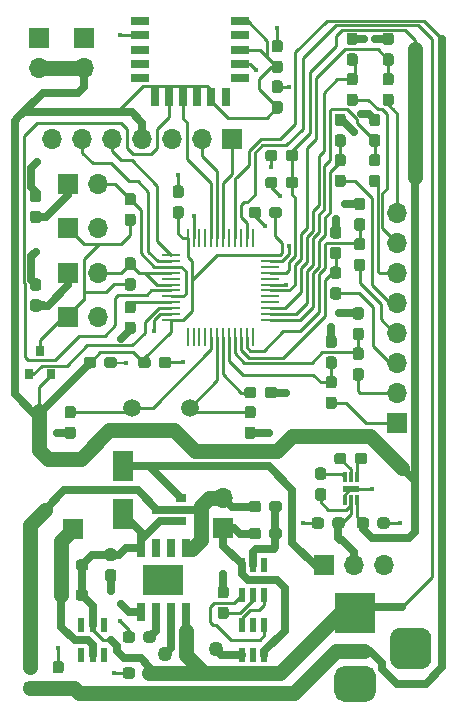
<source format=gbr>
G04 #@! TF.GenerationSoftware,KiCad,Pcbnew,(5.1.6)-1*
G04 #@! TF.CreationDate,2020-08-07T20:36:43-05:00*
G04 #@! TF.ProjectId,EncoderBoard2,456e636f-6465-4724-926f-617264322e6b,v1.0*
G04 #@! TF.SameCoordinates,Original*
G04 #@! TF.FileFunction,Copper,L1,Top*
G04 #@! TF.FilePolarity,Positive*
%FSLAX46Y46*%
G04 Gerber Fmt 4.6, Leading zero omitted, Abs format (unit mm)*
G04 Created by KiCad (PCBNEW (5.1.6)-1) date 2020-08-07 20:36:43*
%MOMM*%
%LPD*%
G01*
G04 APERTURE LIST*
G04 #@! TA.AperFunction,SMDPad,CuDef*
%ADD10R,0.700000X1.500000*%
G04 #@! TD*
G04 #@! TA.AperFunction,SMDPad,CuDef*
%ADD11R,1.500000X0.700000*%
G04 #@! TD*
G04 #@! TA.AperFunction,ComponentPad*
%ADD12R,1.700000X1.700000*%
G04 #@! TD*
G04 #@! TA.AperFunction,ComponentPad*
%ADD13O,1.700000X1.700000*%
G04 #@! TD*
G04 #@! TA.AperFunction,SMDPad,CuDef*
%ADD14R,1.420000X0.610000*%
G04 #@! TD*
G04 #@! TA.AperFunction,SMDPad,CuDef*
%ADD15R,0.300000X0.804800*%
G04 #@! TD*
G04 #@! TA.AperFunction,SMDPad,CuDef*
%ADD16R,1.560000X0.280000*%
G04 #@! TD*
G04 #@! TA.AperFunction,SMDPad,CuDef*
%ADD17R,0.280000X1.560000*%
G04 #@! TD*
G04 #@! TA.AperFunction,SMDPad,CuDef*
%ADD18R,0.800000X0.900000*%
G04 #@! TD*
G04 #@! TA.AperFunction,SMDPad,CuDef*
%ADD19R,1.800000X2.500000*%
G04 #@! TD*
G04 #@! TA.AperFunction,SMDPad,CuDef*
%ADD20R,3.402000X2.513000*%
G04 #@! TD*
G04 #@! TA.AperFunction,SMDPad,CuDef*
%ADD21R,0.700000X1.525000*%
G04 #@! TD*
G04 #@! TA.AperFunction,SMDPad,CuDef*
%ADD22R,0.600000X1.200000*%
G04 #@! TD*
G04 #@! TA.AperFunction,ComponentPad*
%ADD23R,3.500000X3.500000*%
G04 #@! TD*
G04 #@! TA.AperFunction,SMDPad,CuDef*
%ADD24R,0.900000X0.800000*%
G04 #@! TD*
G04 #@! TA.AperFunction,ComponentPad*
%ADD25C,1.500000*%
G04 #@! TD*
G04 #@! TA.AperFunction,ViaPad*
%ADD26C,0.450000*%
G04 #@! TD*
G04 #@! TA.AperFunction,ViaPad*
%ADD27C,1.270000*%
G04 #@! TD*
G04 #@! TA.AperFunction,Conductor*
%ADD28C,0.254000*%
G04 #@! TD*
G04 #@! TA.AperFunction,Conductor*
%ADD29C,1.270000*%
G04 #@! TD*
G04 #@! TA.AperFunction,Conductor*
%ADD30C,0.635000*%
G04 #@! TD*
G04 #@! TA.AperFunction,Conductor*
%ADD31C,0.127000*%
G04 #@! TD*
G04 APERTURE END LIST*
D10*
X122761000Y-95466800D03*
X121561000Y-95466800D03*
X120361000Y-95466800D03*
X119161000Y-95466800D03*
X117961000Y-95466800D03*
X116761000Y-95466800D03*
D11*
X124011000Y-89016800D03*
X124011000Y-90216800D03*
X124011000Y-91416800D03*
X124011000Y-92616800D03*
X124011000Y-93816800D03*
X115511000Y-89016800D03*
X115511000Y-90216800D03*
X115511000Y-91416800D03*
X115511000Y-92616800D03*
X115511000Y-93816800D03*
D12*
X109410500Y-102793800D03*
D13*
X111950500Y-102793800D03*
D12*
X109410500Y-106540300D03*
D13*
X111950500Y-106540300D03*
D12*
X110744000Y-90411300D03*
D13*
X110744000Y-92951300D03*
D12*
X106997500Y-90411300D03*
D13*
X106997500Y-92951300D03*
X108077000Y-98983800D03*
X110617000Y-98983800D03*
X113157000Y-98983800D03*
X115697000Y-98983800D03*
X118237000Y-98983800D03*
X120777000Y-98983800D03*
D12*
X123317000Y-98983800D03*
G04 #@! TA.AperFunction,SMDPad,CuDef*
G36*
G01*
X114918500Y-104602800D02*
X114443500Y-104602800D01*
G75*
G02*
X114206000Y-104365300I0J237500D01*
G01*
X114206000Y-103790300D01*
G75*
G02*
X114443500Y-103552800I237500J0D01*
G01*
X114918500Y-103552800D01*
G75*
G02*
X115156000Y-103790300I0J-237500D01*
G01*
X115156000Y-104365300D01*
G75*
G02*
X114918500Y-104602800I-237500J0D01*
G01*
G37*
G04 #@! TD.AperFunction*
G04 #@! TA.AperFunction,SMDPad,CuDef*
G36*
G01*
X114918500Y-106352800D02*
X114443500Y-106352800D01*
G75*
G02*
X114206000Y-106115300I0J237500D01*
G01*
X114206000Y-105540300D01*
G75*
G02*
X114443500Y-105302800I237500J0D01*
G01*
X114918500Y-105302800D01*
G75*
G02*
X115156000Y-105540300I0J-237500D01*
G01*
X115156000Y-106115300D01*
G75*
G02*
X114918500Y-106352800I-237500J0D01*
G01*
G37*
G04 #@! TD.AperFunction*
G04 #@! TA.AperFunction,SMDPad,CuDef*
G36*
G01*
X118507500Y-104667800D02*
X118982500Y-104667800D01*
G75*
G02*
X119220000Y-104905300I0J-237500D01*
G01*
X119220000Y-105480300D01*
G75*
G02*
X118982500Y-105717800I-237500J0D01*
G01*
X118507500Y-105717800D01*
G75*
G02*
X118270000Y-105480300I0J237500D01*
G01*
X118270000Y-104905300D01*
G75*
G02*
X118507500Y-104667800I237500J0D01*
G01*
G37*
G04 #@! TD.AperFunction*
G04 #@! TA.AperFunction,SMDPad,CuDef*
G36*
G01*
X118507500Y-102917800D02*
X118982500Y-102917800D01*
G75*
G02*
X119220000Y-103155300I0J-237500D01*
G01*
X119220000Y-103730300D01*
G75*
G02*
X118982500Y-103967800I-237500J0D01*
G01*
X118507500Y-103967800D01*
G75*
G02*
X118270000Y-103730300I0J237500D01*
G01*
X118270000Y-103155300D01*
G75*
G02*
X118507500Y-102917800I237500J0D01*
G01*
G37*
G04 #@! TD.AperFunction*
X137287000Y-122986800D03*
D13*
X137287000Y-120446800D03*
X137287000Y-117906800D03*
X137287000Y-115366800D03*
X137287000Y-112826800D03*
X137287000Y-110286800D03*
X137287000Y-107746800D03*
X137287000Y-105206800D03*
G04 #@! TA.AperFunction,SMDPad,CuDef*
G36*
G01*
X131842500Y-111525800D02*
X132317500Y-111525800D01*
G75*
G02*
X132555000Y-111763300I0J-237500D01*
G01*
X132555000Y-112338300D01*
G75*
G02*
X132317500Y-112575800I-237500J0D01*
G01*
X131842500Y-112575800D01*
G75*
G02*
X131605000Y-112338300I0J237500D01*
G01*
X131605000Y-111763300D01*
G75*
G02*
X131842500Y-111525800I237500J0D01*
G01*
G37*
G04 #@! TD.AperFunction*
G04 #@! TA.AperFunction,SMDPad,CuDef*
G36*
G01*
X131842500Y-109775800D02*
X132317500Y-109775800D01*
G75*
G02*
X132555000Y-110013300I0J-237500D01*
G01*
X132555000Y-110588300D01*
G75*
G02*
X132317500Y-110825800I-237500J0D01*
G01*
X131842500Y-110825800D01*
G75*
G02*
X131605000Y-110588300I0J237500D01*
G01*
X131605000Y-110013300D01*
G75*
G02*
X131842500Y-109775800I237500J0D01*
G01*
G37*
G04 #@! TD.AperFunction*
G04 #@! TA.AperFunction,SMDPad,CuDef*
G36*
G01*
X133874500Y-109112800D02*
X134349500Y-109112800D01*
G75*
G02*
X134587000Y-109350300I0J-237500D01*
G01*
X134587000Y-109925300D01*
G75*
G02*
X134349500Y-110162800I-237500J0D01*
G01*
X133874500Y-110162800D01*
G75*
G02*
X133637000Y-109925300I0J237500D01*
G01*
X133637000Y-109350300D01*
G75*
G02*
X133874500Y-109112800I237500J0D01*
G01*
G37*
G04 #@! TD.AperFunction*
G04 #@! TA.AperFunction,SMDPad,CuDef*
G36*
G01*
X133874500Y-107362800D02*
X134349500Y-107362800D01*
G75*
G02*
X134587000Y-107600300I0J-237500D01*
G01*
X134587000Y-108175300D01*
G75*
G02*
X134349500Y-108412800I-237500J0D01*
G01*
X133874500Y-108412800D01*
G75*
G02*
X133637000Y-108175300I0J237500D01*
G01*
X133637000Y-107600300D01*
G75*
G02*
X133874500Y-107362800I237500J0D01*
G01*
G37*
G04 #@! TD.AperFunction*
G04 #@! TA.AperFunction,SMDPad,CuDef*
G36*
G01*
X132223500Y-102000800D02*
X132698500Y-102000800D01*
G75*
G02*
X132936000Y-102238300I0J-237500D01*
G01*
X132936000Y-102813300D01*
G75*
G02*
X132698500Y-103050800I-237500J0D01*
G01*
X132223500Y-103050800D01*
G75*
G02*
X131986000Y-102813300I0J237500D01*
G01*
X131986000Y-102238300D01*
G75*
G02*
X132223500Y-102000800I237500J0D01*
G01*
G37*
G04 #@! TD.AperFunction*
G04 #@! TA.AperFunction,SMDPad,CuDef*
G36*
G01*
X132223500Y-100250800D02*
X132698500Y-100250800D01*
G75*
G02*
X132936000Y-100488300I0J-237500D01*
G01*
X132936000Y-101063300D01*
G75*
G02*
X132698500Y-101300800I-237500J0D01*
G01*
X132223500Y-101300800D01*
G75*
G02*
X131986000Y-101063300I0J237500D01*
G01*
X131986000Y-100488300D01*
G75*
G02*
X132223500Y-100250800I237500J0D01*
G01*
G37*
G04 #@! TD.AperFunction*
G04 #@! TA.AperFunction,SMDPad,CuDef*
G36*
G01*
X135144500Y-102000800D02*
X135619500Y-102000800D01*
G75*
G02*
X135857000Y-102238300I0J-237500D01*
G01*
X135857000Y-102813300D01*
G75*
G02*
X135619500Y-103050800I-237500J0D01*
G01*
X135144500Y-103050800D01*
G75*
G02*
X134907000Y-102813300I0J237500D01*
G01*
X134907000Y-102238300D01*
G75*
G02*
X135144500Y-102000800I237500J0D01*
G01*
G37*
G04 #@! TD.AperFunction*
G04 #@! TA.AperFunction,SMDPad,CuDef*
G36*
G01*
X135144500Y-100250800D02*
X135619500Y-100250800D01*
G75*
G02*
X135857000Y-100488300I0J-237500D01*
G01*
X135857000Y-101063300D01*
G75*
G02*
X135619500Y-101300800I-237500J0D01*
G01*
X135144500Y-101300800D01*
G75*
G02*
X134907000Y-101063300I0J237500D01*
G01*
X134907000Y-100488300D01*
G75*
G02*
X135144500Y-100250800I237500J0D01*
G01*
G37*
G04 #@! TD.AperFunction*
G04 #@! TA.AperFunction,SMDPad,CuDef*
G36*
G01*
X136287500Y-95142800D02*
X136762500Y-95142800D01*
G75*
G02*
X137000000Y-95380300I0J-237500D01*
G01*
X137000000Y-95955300D01*
G75*
G02*
X136762500Y-96192800I-237500J0D01*
G01*
X136287500Y-96192800D01*
G75*
G02*
X136050000Y-95955300I0J237500D01*
G01*
X136050000Y-95380300D01*
G75*
G02*
X136287500Y-95142800I237500J0D01*
G01*
G37*
G04 #@! TD.AperFunction*
G04 #@! TA.AperFunction,SMDPad,CuDef*
G36*
G01*
X136287500Y-93392800D02*
X136762500Y-93392800D01*
G75*
G02*
X137000000Y-93630300I0J-237500D01*
G01*
X137000000Y-94205300D01*
G75*
G02*
X136762500Y-94442800I-237500J0D01*
G01*
X136287500Y-94442800D01*
G75*
G02*
X136050000Y-94205300I0J237500D01*
G01*
X136050000Y-93630300D01*
G75*
G02*
X136287500Y-93392800I237500J0D01*
G01*
G37*
G04 #@! TD.AperFunction*
G04 #@! TA.AperFunction,SMDPad,CuDef*
G36*
G01*
X133239500Y-95142800D02*
X133714500Y-95142800D01*
G75*
G02*
X133952000Y-95380300I0J-237500D01*
G01*
X133952000Y-95955300D01*
G75*
G02*
X133714500Y-96192800I-237500J0D01*
G01*
X133239500Y-96192800D01*
G75*
G02*
X133002000Y-95955300I0J237500D01*
G01*
X133002000Y-95380300D01*
G75*
G02*
X133239500Y-95142800I237500J0D01*
G01*
G37*
G04 #@! TD.AperFunction*
G04 #@! TA.AperFunction,SMDPad,CuDef*
G36*
G01*
X133239500Y-93392800D02*
X133714500Y-93392800D01*
G75*
G02*
X133952000Y-93630300I0J-237500D01*
G01*
X133952000Y-94205300D01*
G75*
G02*
X133714500Y-94442800I-237500J0D01*
G01*
X133239500Y-94442800D01*
G75*
G02*
X133002000Y-94205300I0J237500D01*
G01*
X133002000Y-93630300D01*
G75*
G02*
X133239500Y-93392800I237500J0D01*
G01*
G37*
G04 #@! TD.AperFunction*
G04 #@! TA.AperFunction,SMDPad,CuDef*
G36*
G01*
X131461500Y-120796800D02*
X131936500Y-120796800D01*
G75*
G02*
X132174000Y-121034300I0J-237500D01*
G01*
X132174000Y-121609300D01*
G75*
G02*
X131936500Y-121846800I-237500J0D01*
G01*
X131461500Y-121846800D01*
G75*
G02*
X131224000Y-121609300I0J237500D01*
G01*
X131224000Y-121034300D01*
G75*
G02*
X131461500Y-120796800I237500J0D01*
G01*
G37*
G04 #@! TD.AperFunction*
G04 #@! TA.AperFunction,SMDPad,CuDef*
G36*
G01*
X131461500Y-119046800D02*
X131936500Y-119046800D01*
G75*
G02*
X132174000Y-119284300I0J-237500D01*
G01*
X132174000Y-119859300D01*
G75*
G02*
X131936500Y-120096800I-237500J0D01*
G01*
X131461500Y-120096800D01*
G75*
G02*
X131224000Y-119859300I0J237500D01*
G01*
X131224000Y-119284300D01*
G75*
G02*
X131461500Y-119046800I237500J0D01*
G01*
G37*
G04 #@! TD.AperFunction*
G04 #@! TA.AperFunction,SMDPad,CuDef*
G36*
G01*
X133874500Y-105697800D02*
X134349500Y-105697800D01*
G75*
G02*
X134587000Y-105935300I0J-237500D01*
G01*
X134587000Y-106510300D01*
G75*
G02*
X134349500Y-106747800I-237500J0D01*
G01*
X133874500Y-106747800D01*
G75*
G02*
X133637000Y-106510300I0J237500D01*
G01*
X133637000Y-105935300D01*
G75*
G02*
X133874500Y-105697800I237500J0D01*
G01*
G37*
G04 #@! TD.AperFunction*
G04 #@! TA.AperFunction,SMDPad,CuDef*
G36*
G01*
X133874500Y-103947800D02*
X134349500Y-103947800D01*
G75*
G02*
X134587000Y-104185300I0J-237500D01*
G01*
X134587000Y-104760300D01*
G75*
G02*
X134349500Y-104997800I-237500J0D01*
G01*
X133874500Y-104997800D01*
G75*
G02*
X133637000Y-104760300I0J237500D01*
G01*
X133637000Y-104185300D01*
G75*
G02*
X133874500Y-103947800I237500J0D01*
G01*
G37*
G04 #@! TD.AperFunction*
G04 #@! TA.AperFunction,SMDPad,CuDef*
G36*
G01*
X133747500Y-118383800D02*
X134222500Y-118383800D01*
G75*
G02*
X134460000Y-118621300I0J-237500D01*
G01*
X134460000Y-119196300D01*
G75*
G02*
X134222500Y-119433800I-237500J0D01*
G01*
X133747500Y-119433800D01*
G75*
G02*
X133510000Y-119196300I0J237500D01*
G01*
X133510000Y-118621300D01*
G75*
G02*
X133747500Y-118383800I237500J0D01*
G01*
G37*
G04 #@! TD.AperFunction*
G04 #@! TA.AperFunction,SMDPad,CuDef*
G36*
G01*
X133747500Y-116633800D02*
X134222500Y-116633800D01*
G75*
G02*
X134460000Y-116871300I0J-237500D01*
G01*
X134460000Y-117446300D01*
G75*
G02*
X134222500Y-117683800I-237500J0D01*
G01*
X133747500Y-117683800D01*
G75*
G02*
X133510000Y-117446300I0J237500D01*
G01*
X133510000Y-116871300D01*
G75*
G02*
X133747500Y-116633800I237500J0D01*
G01*
G37*
G04 #@! TD.AperFunction*
G04 #@! TA.AperFunction,SMDPad,CuDef*
G36*
G01*
X133747500Y-114968800D02*
X134222500Y-114968800D01*
G75*
G02*
X134460000Y-115206300I0J-237500D01*
G01*
X134460000Y-115781300D01*
G75*
G02*
X134222500Y-116018800I-237500J0D01*
G01*
X133747500Y-116018800D01*
G75*
G02*
X133510000Y-115781300I0J237500D01*
G01*
X133510000Y-115206300D01*
G75*
G02*
X133747500Y-114968800I237500J0D01*
G01*
G37*
G04 #@! TD.AperFunction*
G04 #@! TA.AperFunction,SMDPad,CuDef*
G36*
G01*
X133747500Y-113218800D02*
X134222500Y-113218800D01*
G75*
G02*
X134460000Y-113456300I0J-237500D01*
G01*
X134460000Y-114031300D01*
G75*
G02*
X134222500Y-114268800I-237500J0D01*
G01*
X133747500Y-114268800D01*
G75*
G02*
X133510000Y-114031300I0J237500D01*
G01*
X133510000Y-113456300D01*
G75*
G02*
X133747500Y-113218800I237500J0D01*
G01*
G37*
G04 #@! TD.AperFunction*
G04 #@! TA.AperFunction,SMDPad,CuDef*
G36*
G01*
X131842500Y-108110800D02*
X132317500Y-108110800D01*
G75*
G02*
X132555000Y-108348300I0J-237500D01*
G01*
X132555000Y-108923300D01*
G75*
G02*
X132317500Y-109160800I-237500J0D01*
G01*
X131842500Y-109160800D01*
G75*
G02*
X131605000Y-108923300I0J237500D01*
G01*
X131605000Y-108348300D01*
G75*
G02*
X131842500Y-108110800I237500J0D01*
G01*
G37*
G04 #@! TD.AperFunction*
G04 #@! TA.AperFunction,SMDPad,CuDef*
G36*
G01*
X131842500Y-106360800D02*
X132317500Y-106360800D01*
G75*
G02*
X132555000Y-106598300I0J-237500D01*
G01*
X132555000Y-107173300D01*
G75*
G02*
X132317500Y-107410800I-237500J0D01*
G01*
X131842500Y-107410800D01*
G75*
G02*
X131605000Y-107173300I0J237500D01*
G01*
X131605000Y-106598300D01*
G75*
G02*
X131842500Y-106360800I237500J0D01*
G01*
G37*
G04 #@! TD.AperFunction*
G04 #@! TA.AperFunction,SMDPad,CuDef*
G36*
G01*
X132223500Y-98585800D02*
X132698500Y-98585800D01*
G75*
G02*
X132936000Y-98823300I0J-237500D01*
G01*
X132936000Y-99398300D01*
G75*
G02*
X132698500Y-99635800I-237500J0D01*
G01*
X132223500Y-99635800D01*
G75*
G02*
X131986000Y-99398300I0J237500D01*
G01*
X131986000Y-98823300D01*
G75*
G02*
X132223500Y-98585800I237500J0D01*
G01*
G37*
G04 #@! TD.AperFunction*
G04 #@! TA.AperFunction,SMDPad,CuDef*
G36*
G01*
X132223500Y-96835800D02*
X132698500Y-96835800D01*
G75*
G02*
X132936000Y-97073300I0J-237500D01*
G01*
X132936000Y-97648300D01*
G75*
G02*
X132698500Y-97885800I-237500J0D01*
G01*
X132223500Y-97885800D01*
G75*
G02*
X131986000Y-97648300I0J237500D01*
G01*
X131986000Y-97073300D01*
G75*
G02*
X132223500Y-96835800I237500J0D01*
G01*
G37*
G04 #@! TD.AperFunction*
G04 #@! TA.AperFunction,SMDPad,CuDef*
G36*
G01*
X133239500Y-91727800D02*
X133714500Y-91727800D01*
G75*
G02*
X133952000Y-91965300I0J-237500D01*
G01*
X133952000Y-92540300D01*
G75*
G02*
X133714500Y-92777800I-237500J0D01*
G01*
X133239500Y-92777800D01*
G75*
G02*
X133002000Y-92540300I0J237500D01*
G01*
X133002000Y-91965300D01*
G75*
G02*
X133239500Y-91727800I237500J0D01*
G01*
G37*
G04 #@! TD.AperFunction*
G04 #@! TA.AperFunction,SMDPad,CuDef*
G36*
G01*
X133239500Y-89977800D02*
X133714500Y-89977800D01*
G75*
G02*
X133952000Y-90215300I0J-237500D01*
G01*
X133952000Y-90790300D01*
G75*
G02*
X133714500Y-91027800I-237500J0D01*
G01*
X133239500Y-91027800D01*
G75*
G02*
X133002000Y-90790300I0J237500D01*
G01*
X133002000Y-90215300D01*
G75*
G02*
X133239500Y-89977800I237500J0D01*
G01*
G37*
G04 #@! TD.AperFunction*
G04 #@! TA.AperFunction,SMDPad,CuDef*
G36*
G01*
X135144500Y-98585800D02*
X135619500Y-98585800D01*
G75*
G02*
X135857000Y-98823300I0J-237500D01*
G01*
X135857000Y-99398300D01*
G75*
G02*
X135619500Y-99635800I-237500J0D01*
G01*
X135144500Y-99635800D01*
G75*
G02*
X134907000Y-99398300I0J237500D01*
G01*
X134907000Y-98823300D01*
G75*
G02*
X135144500Y-98585800I237500J0D01*
G01*
G37*
G04 #@! TD.AperFunction*
G04 #@! TA.AperFunction,SMDPad,CuDef*
G36*
G01*
X135144500Y-96835800D02*
X135619500Y-96835800D01*
G75*
G02*
X135857000Y-97073300I0J-237500D01*
G01*
X135857000Y-97648300D01*
G75*
G02*
X135619500Y-97885800I-237500J0D01*
G01*
X135144500Y-97885800D01*
G75*
G02*
X134907000Y-97648300I0J237500D01*
G01*
X134907000Y-97073300D01*
G75*
G02*
X135144500Y-96835800I237500J0D01*
G01*
G37*
G04 #@! TD.AperFunction*
G04 #@! TA.AperFunction,SMDPad,CuDef*
G36*
G01*
X131461500Y-117381800D02*
X131936500Y-117381800D01*
G75*
G02*
X132174000Y-117619300I0J-237500D01*
G01*
X132174000Y-118194300D01*
G75*
G02*
X131936500Y-118431800I-237500J0D01*
G01*
X131461500Y-118431800D01*
G75*
G02*
X131224000Y-118194300I0J237500D01*
G01*
X131224000Y-117619300D01*
G75*
G02*
X131461500Y-117381800I237500J0D01*
G01*
G37*
G04 #@! TD.AperFunction*
G04 #@! TA.AperFunction,SMDPad,CuDef*
G36*
G01*
X131461500Y-115631800D02*
X131936500Y-115631800D01*
G75*
G02*
X132174000Y-115869300I0J-237500D01*
G01*
X132174000Y-116444300D01*
G75*
G02*
X131936500Y-116681800I-237500J0D01*
G01*
X131461500Y-116681800D01*
G75*
G02*
X131224000Y-116444300I0J237500D01*
G01*
X131224000Y-115869300D01*
G75*
G02*
X131461500Y-115631800I237500J0D01*
G01*
G37*
G04 #@! TD.AperFunction*
G04 #@! TA.AperFunction,SMDPad,CuDef*
G36*
G01*
X136287500Y-91727800D02*
X136762500Y-91727800D01*
G75*
G02*
X137000000Y-91965300I0J-237500D01*
G01*
X137000000Y-92540300D01*
G75*
G02*
X136762500Y-92777800I-237500J0D01*
G01*
X136287500Y-92777800D01*
G75*
G02*
X136050000Y-92540300I0J237500D01*
G01*
X136050000Y-91965300D01*
G75*
G02*
X136287500Y-91727800I237500J0D01*
G01*
G37*
G04 #@! TD.AperFunction*
G04 #@! TA.AperFunction,SMDPad,CuDef*
G36*
G01*
X136287500Y-89977800D02*
X136762500Y-89977800D01*
G75*
G02*
X137000000Y-90215300I0J-237500D01*
G01*
X137000000Y-90790300D01*
G75*
G02*
X136762500Y-91027800I-237500J0D01*
G01*
X136287500Y-91027800D01*
G75*
G02*
X136050000Y-90790300I0J237500D01*
G01*
X136050000Y-90215300D01*
G75*
G02*
X136287500Y-89977800I237500J0D01*
G01*
G37*
G04 #@! TD.AperFunction*
G04 #@! TA.AperFunction,SMDPad,CuDef*
G36*
G01*
X135605000Y-131733300D02*
X135605000Y-131258300D01*
G75*
G02*
X135842500Y-131020800I237500J0D01*
G01*
X136417500Y-131020800D01*
G75*
G02*
X136655000Y-131258300I0J-237500D01*
G01*
X136655000Y-131733300D01*
G75*
G02*
X136417500Y-131970800I-237500J0D01*
G01*
X135842500Y-131970800D01*
G75*
G02*
X135605000Y-131733300I0J237500D01*
G01*
G37*
G04 #@! TD.AperFunction*
G04 #@! TA.AperFunction,SMDPad,CuDef*
G36*
G01*
X133855000Y-131733300D02*
X133855000Y-131258300D01*
G75*
G02*
X134092500Y-131020800I237500J0D01*
G01*
X134667500Y-131020800D01*
G75*
G02*
X134905000Y-131258300I0J-237500D01*
G01*
X134905000Y-131733300D01*
G75*
G02*
X134667500Y-131970800I-237500J0D01*
G01*
X134092500Y-131970800D01*
G75*
G02*
X133855000Y-131733300I0J237500D01*
G01*
G37*
G04 #@! TD.AperFunction*
G04 #@! TA.AperFunction,SMDPad,CuDef*
G36*
G01*
X133700000Y-126272300D02*
X133700000Y-125797300D01*
G75*
G02*
X133937500Y-125559800I237500J0D01*
G01*
X134512500Y-125559800D01*
G75*
G02*
X134750000Y-125797300I0J-237500D01*
G01*
X134750000Y-126272300D01*
G75*
G02*
X134512500Y-126509800I-237500J0D01*
G01*
X133937500Y-126509800D01*
G75*
G02*
X133700000Y-126272300I0J237500D01*
G01*
G37*
G04 #@! TD.AperFunction*
G04 #@! TA.AperFunction,SMDPad,CuDef*
G36*
G01*
X131950000Y-126272300D02*
X131950000Y-125797300D01*
G75*
G02*
X132187500Y-125559800I237500J0D01*
G01*
X132762500Y-125559800D01*
G75*
G02*
X133000000Y-125797300I0J-237500D01*
G01*
X133000000Y-126272300D01*
G75*
G02*
X132762500Y-126509800I-237500J0D01*
G01*
X132187500Y-126509800D01*
G75*
G02*
X131950000Y-126272300I0J237500D01*
G01*
G37*
G04 #@! TD.AperFunction*
G04 #@! TA.AperFunction,SMDPad,CuDef*
G36*
G01*
X131795000Y-131733300D02*
X131795000Y-131258300D01*
G75*
G02*
X132032500Y-131020800I237500J0D01*
G01*
X132607500Y-131020800D01*
G75*
G02*
X132845000Y-131258300I0J-237500D01*
G01*
X132845000Y-131733300D01*
G75*
G02*
X132607500Y-131970800I-237500J0D01*
G01*
X132032500Y-131970800D01*
G75*
G02*
X131795000Y-131733300I0J237500D01*
G01*
G37*
G04 #@! TD.AperFunction*
G04 #@! TA.AperFunction,SMDPad,CuDef*
G36*
G01*
X130045000Y-131733300D02*
X130045000Y-131258300D01*
G75*
G02*
X130282500Y-131020800I237500J0D01*
G01*
X130857500Y-131020800D01*
G75*
G02*
X131095000Y-131258300I0J-237500D01*
G01*
X131095000Y-131733300D01*
G75*
G02*
X130857500Y-131970800I-237500J0D01*
G01*
X130282500Y-131970800D01*
G75*
G02*
X130045000Y-131733300I0J237500D01*
G01*
G37*
G04 #@! TD.AperFunction*
G04 #@! TA.AperFunction,SMDPad,CuDef*
G36*
G01*
X131047500Y-127843800D02*
X130572500Y-127843800D01*
G75*
G02*
X130335000Y-127606300I0J237500D01*
G01*
X130335000Y-127031300D01*
G75*
G02*
X130572500Y-126793800I237500J0D01*
G01*
X131047500Y-126793800D01*
G75*
G02*
X131285000Y-127031300I0J-237500D01*
G01*
X131285000Y-127606300D01*
G75*
G02*
X131047500Y-127843800I-237500J0D01*
G01*
G37*
G04 #@! TD.AperFunction*
G04 #@! TA.AperFunction,SMDPad,CuDef*
G36*
G01*
X131047500Y-129593800D02*
X130572500Y-129593800D01*
G75*
G02*
X130335000Y-129356300I0J237500D01*
G01*
X130335000Y-128781300D01*
G75*
G02*
X130572500Y-128543800I237500J0D01*
G01*
X131047500Y-128543800D01*
G75*
G02*
X131285000Y-128781300I0J-237500D01*
G01*
X131285000Y-129356300D01*
G75*
G02*
X131047500Y-129593800I-237500J0D01*
G01*
G37*
G04 #@! TD.AperFunction*
D14*
X133350000Y-128574800D03*
D15*
X132850000Y-127622400D03*
X133350000Y-127622400D03*
X133850000Y-127622400D03*
X133850000Y-129527200D03*
X133350000Y-129527200D03*
X132850000Y-129527200D03*
G04 #@! TA.AperFunction,SMDPad,CuDef*
G36*
G01*
X106917500Y-111841800D02*
X106442500Y-111841800D01*
G75*
G02*
X106205000Y-111604300I0J237500D01*
G01*
X106205000Y-111029300D01*
G75*
G02*
X106442500Y-110791800I237500J0D01*
G01*
X106917500Y-110791800D01*
G75*
G02*
X107155000Y-111029300I0J-237500D01*
G01*
X107155000Y-111604300D01*
G75*
G02*
X106917500Y-111841800I-237500J0D01*
G01*
G37*
G04 #@! TD.AperFunction*
G04 #@! TA.AperFunction,SMDPad,CuDef*
G36*
G01*
X106917500Y-113591800D02*
X106442500Y-113591800D01*
G75*
G02*
X106205000Y-113354300I0J237500D01*
G01*
X106205000Y-112779300D01*
G75*
G02*
X106442500Y-112541800I237500J0D01*
G01*
X106917500Y-112541800D01*
G75*
G02*
X107155000Y-112779300I0J-237500D01*
G01*
X107155000Y-113354300D01*
G75*
G02*
X106917500Y-113591800I-237500J0D01*
G01*
G37*
G04 #@! TD.AperFunction*
G04 #@! TA.AperFunction,SMDPad,CuDef*
G36*
G01*
X106917500Y-104348800D02*
X106442500Y-104348800D01*
G75*
G02*
X106205000Y-104111300I0J237500D01*
G01*
X106205000Y-103536300D01*
G75*
G02*
X106442500Y-103298800I237500J0D01*
G01*
X106917500Y-103298800D01*
G75*
G02*
X107155000Y-103536300I0J-237500D01*
G01*
X107155000Y-104111300D01*
G75*
G02*
X106917500Y-104348800I-237500J0D01*
G01*
G37*
G04 #@! TD.AperFunction*
G04 #@! TA.AperFunction,SMDPad,CuDef*
G36*
G01*
X106917500Y-106098800D02*
X106442500Y-106098800D01*
G75*
G02*
X106205000Y-105861300I0J237500D01*
G01*
X106205000Y-105286300D01*
G75*
G02*
X106442500Y-105048800I237500J0D01*
G01*
X106917500Y-105048800D01*
G75*
G02*
X107155000Y-105286300I0J-237500D01*
G01*
X107155000Y-105861300D01*
G75*
G02*
X106917500Y-106098800I-237500J0D01*
G01*
G37*
G04 #@! TD.AperFunction*
D16*
X118121000Y-114306800D03*
X118121000Y-113806800D03*
X118121000Y-113306800D03*
X118121000Y-112806800D03*
X118121000Y-112306800D03*
X118121000Y-111806800D03*
X118121000Y-111306800D03*
X118121000Y-110806800D03*
X118121000Y-110306800D03*
X118121000Y-109806800D03*
X118121000Y-109306800D03*
X118121000Y-108806800D03*
D17*
X119551000Y-107376800D03*
X120051000Y-107376800D03*
X120551000Y-107376800D03*
X121051000Y-107376800D03*
X121551000Y-107376800D03*
X122051000Y-107376800D03*
X122551000Y-107376800D03*
X123051000Y-107376800D03*
X123551000Y-107376800D03*
X124051000Y-107376800D03*
X124551000Y-107376800D03*
X125051000Y-107376800D03*
D16*
X126481000Y-108806800D03*
X126481000Y-109306800D03*
X126481000Y-109806800D03*
X126481000Y-110306800D03*
X126481000Y-110806800D03*
X126481000Y-111306800D03*
X126481000Y-111806800D03*
X126481000Y-112306800D03*
X126481000Y-112806800D03*
X126481000Y-113306800D03*
X126481000Y-113806800D03*
X126481000Y-114306800D03*
D17*
X125051000Y-115736800D03*
X124551000Y-115736800D03*
X124051000Y-115736800D03*
X123551000Y-115736800D03*
X123051000Y-115736800D03*
X122551000Y-115736800D03*
X122051000Y-115736800D03*
X121551000Y-115736800D03*
X121051000Y-115736800D03*
X120551000Y-115736800D03*
X120051000Y-115736800D03*
X119551000Y-115736800D03*
G04 #@! TA.AperFunction,SMDPad,CuDef*
G36*
G01*
X114918500Y-110063800D02*
X114443500Y-110063800D01*
G75*
G02*
X114206000Y-109826300I0J237500D01*
G01*
X114206000Y-109251300D01*
G75*
G02*
X114443500Y-109013800I237500J0D01*
G01*
X114918500Y-109013800D01*
G75*
G02*
X115156000Y-109251300I0J-237500D01*
G01*
X115156000Y-109826300D01*
G75*
G02*
X114918500Y-110063800I-237500J0D01*
G01*
G37*
G04 #@! TD.AperFunction*
G04 #@! TA.AperFunction,SMDPad,CuDef*
G36*
G01*
X114918500Y-111813800D02*
X114443500Y-111813800D01*
G75*
G02*
X114206000Y-111576300I0J237500D01*
G01*
X114206000Y-111001300D01*
G75*
G02*
X114443500Y-110763800I237500J0D01*
G01*
X114918500Y-110763800D01*
G75*
G02*
X115156000Y-111001300I0J-237500D01*
G01*
X115156000Y-111576300D01*
G75*
G02*
X114918500Y-111813800I-237500J0D01*
G01*
G37*
G04 #@! TD.AperFunction*
D18*
X107061000Y-116906800D03*
X108011000Y-118906800D03*
X106111000Y-118906800D03*
G04 #@! TA.AperFunction,SMDPad,CuDef*
G36*
G01*
X109838500Y-122636800D02*
X109363500Y-122636800D01*
G75*
G02*
X109126000Y-122399300I0J237500D01*
G01*
X109126000Y-121824300D01*
G75*
G02*
X109363500Y-121586800I237500J0D01*
G01*
X109838500Y-121586800D01*
G75*
G02*
X110076000Y-121824300I0J-237500D01*
G01*
X110076000Y-122399300D01*
G75*
G02*
X109838500Y-122636800I-237500J0D01*
G01*
G37*
G04 #@! TD.AperFunction*
G04 #@! TA.AperFunction,SMDPad,CuDef*
G36*
G01*
X109838500Y-124386800D02*
X109363500Y-124386800D01*
G75*
G02*
X109126000Y-124149300I0J237500D01*
G01*
X109126000Y-123574300D01*
G75*
G02*
X109363500Y-123336800I237500J0D01*
G01*
X109838500Y-123336800D01*
G75*
G02*
X110076000Y-123574300I0J-237500D01*
G01*
X110076000Y-124149300D01*
G75*
G02*
X109838500Y-124386800I-237500J0D01*
G01*
G37*
G04 #@! TD.AperFunction*
G04 #@! TA.AperFunction,SMDPad,CuDef*
G36*
G01*
X125078500Y-122636800D02*
X124603500Y-122636800D01*
G75*
G02*
X124366000Y-122399300I0J237500D01*
G01*
X124366000Y-121824300D01*
G75*
G02*
X124603500Y-121586800I237500J0D01*
G01*
X125078500Y-121586800D01*
G75*
G02*
X125316000Y-121824300I0J-237500D01*
G01*
X125316000Y-122399300D01*
G75*
G02*
X125078500Y-122636800I-237500J0D01*
G01*
G37*
G04 #@! TD.AperFunction*
G04 #@! TA.AperFunction,SMDPad,CuDef*
G36*
G01*
X125078500Y-124386800D02*
X124603500Y-124386800D01*
G75*
G02*
X124366000Y-124149300I0J237500D01*
G01*
X124366000Y-123574300D01*
G75*
G02*
X124603500Y-123336800I237500J0D01*
G01*
X125078500Y-123336800D01*
G75*
G02*
X125316000Y-123574300I0J-237500D01*
G01*
X125316000Y-124149300D01*
G75*
G02*
X125078500Y-124386800I-237500J0D01*
G01*
G37*
G04 #@! TD.AperFunction*
G04 #@! TA.AperFunction,SMDPad,CuDef*
G36*
G01*
X112491000Y-118144300D02*
X112491000Y-117669300D01*
G75*
G02*
X112728500Y-117431800I237500J0D01*
G01*
X113303500Y-117431800D01*
G75*
G02*
X113541000Y-117669300I0J-237500D01*
G01*
X113541000Y-118144300D01*
G75*
G02*
X113303500Y-118381800I-237500J0D01*
G01*
X112728500Y-118381800D01*
G75*
G02*
X112491000Y-118144300I0J237500D01*
G01*
G37*
G04 #@! TD.AperFunction*
G04 #@! TA.AperFunction,SMDPad,CuDef*
G36*
G01*
X110741000Y-118144300D02*
X110741000Y-117669300D01*
G75*
G02*
X110978500Y-117431800I237500J0D01*
G01*
X111553500Y-117431800D01*
G75*
G02*
X111791000Y-117669300I0J-237500D01*
G01*
X111791000Y-118144300D01*
G75*
G02*
X111553500Y-118381800I-237500J0D01*
G01*
X110978500Y-118381800D01*
G75*
G02*
X110741000Y-118144300I0J237500D01*
G01*
G37*
G04 #@! TD.AperFunction*
G04 #@! TA.AperFunction,SMDPad,CuDef*
G36*
G01*
X126080000Y-120684300D02*
X126080000Y-120209300D01*
G75*
G02*
X126317500Y-119971800I237500J0D01*
G01*
X126892500Y-119971800D01*
G75*
G02*
X127130000Y-120209300I0J-237500D01*
G01*
X127130000Y-120684300D01*
G75*
G02*
X126892500Y-120921800I-237500J0D01*
G01*
X126317500Y-120921800D01*
G75*
G02*
X126080000Y-120684300I0J237500D01*
G01*
G37*
G04 #@! TD.AperFunction*
G04 #@! TA.AperFunction,SMDPad,CuDef*
G36*
G01*
X124330000Y-120684300D02*
X124330000Y-120209300D01*
G75*
G02*
X124567500Y-119971800I237500J0D01*
G01*
X125142500Y-119971800D01*
G75*
G02*
X125380000Y-120209300I0J-237500D01*
G01*
X125380000Y-120684300D01*
G75*
G02*
X125142500Y-120921800I-237500J0D01*
G01*
X124567500Y-120921800D01*
G75*
G02*
X124330000Y-120684300I0J237500D01*
G01*
G37*
G04 #@! TD.AperFunction*
G04 #@! TA.AperFunction,SMDPad,CuDef*
G36*
G01*
X117113800Y-118144300D02*
X117113800Y-117669300D01*
G75*
G02*
X117351300Y-117431800I237500J0D01*
G01*
X117926300Y-117431800D01*
G75*
G02*
X118163800Y-117669300I0J-237500D01*
G01*
X118163800Y-118144300D01*
G75*
G02*
X117926300Y-118381800I-237500J0D01*
G01*
X117351300Y-118381800D01*
G75*
G02*
X117113800Y-118144300I0J237500D01*
G01*
G37*
G04 #@! TD.AperFunction*
G04 #@! TA.AperFunction,SMDPad,CuDef*
G36*
G01*
X115363800Y-118144300D02*
X115363800Y-117669300D01*
G75*
G02*
X115601300Y-117431800I237500J0D01*
G01*
X116176300Y-117431800D01*
G75*
G02*
X116413800Y-117669300I0J-237500D01*
G01*
X116413800Y-118144300D01*
G75*
G02*
X116176300Y-118381800I-237500J0D01*
G01*
X115601300Y-118381800D01*
G75*
G02*
X115363800Y-118144300I0J237500D01*
G01*
G37*
G04 #@! TD.AperFunction*
G04 #@! TA.AperFunction,SMDPad,CuDef*
G36*
G01*
X127158000Y-102429300D02*
X127158000Y-102904300D01*
G75*
G02*
X126920500Y-103141800I-237500J0D01*
G01*
X126345500Y-103141800D01*
G75*
G02*
X126108000Y-102904300I0J237500D01*
G01*
X126108000Y-102429300D01*
G75*
G02*
X126345500Y-102191800I237500J0D01*
G01*
X126920500Y-102191800D01*
G75*
G02*
X127158000Y-102429300I0J-237500D01*
G01*
G37*
G04 #@! TD.AperFunction*
G04 #@! TA.AperFunction,SMDPad,CuDef*
G36*
G01*
X128908000Y-102429300D02*
X128908000Y-102904300D01*
G75*
G02*
X128670500Y-103141800I-237500J0D01*
G01*
X128095500Y-103141800D01*
G75*
G02*
X127858000Y-102904300I0J237500D01*
G01*
X127858000Y-102429300D01*
G75*
G02*
X128095500Y-102191800I237500J0D01*
G01*
X128670500Y-102191800D01*
G75*
G02*
X128908000Y-102429300I0J-237500D01*
G01*
G37*
G04 #@! TD.AperFunction*
G04 #@! TA.AperFunction,SMDPad,CuDef*
G36*
G01*
X127158000Y-100143300D02*
X127158000Y-100618300D01*
G75*
G02*
X126920500Y-100855800I-237500J0D01*
G01*
X126345500Y-100855800D01*
G75*
G02*
X126108000Y-100618300I0J237500D01*
G01*
X126108000Y-100143300D01*
G75*
G02*
X126345500Y-99905800I237500J0D01*
G01*
X126920500Y-99905800D01*
G75*
G02*
X127158000Y-100143300I0J-237500D01*
G01*
G37*
G04 #@! TD.AperFunction*
G04 #@! TA.AperFunction,SMDPad,CuDef*
G36*
G01*
X128908000Y-100143300D02*
X128908000Y-100618300D01*
G75*
G02*
X128670500Y-100855800I-237500J0D01*
G01*
X128095500Y-100855800D01*
G75*
G02*
X127858000Y-100618300I0J237500D01*
G01*
X127858000Y-100143300D01*
G75*
G02*
X128095500Y-99905800I237500J0D01*
G01*
X128670500Y-99905800D01*
G75*
G02*
X128908000Y-100143300I0J-237500D01*
G01*
G37*
G04 #@! TD.AperFunction*
G04 #@! TA.AperFunction,SMDPad,CuDef*
G36*
G01*
X125761000Y-104969300D02*
X125761000Y-105444300D01*
G75*
G02*
X125523500Y-105681800I-237500J0D01*
G01*
X124948500Y-105681800D01*
G75*
G02*
X124711000Y-105444300I0J237500D01*
G01*
X124711000Y-104969300D01*
G75*
G02*
X124948500Y-104731800I237500J0D01*
G01*
X125523500Y-104731800D01*
G75*
G02*
X125761000Y-104969300I0J-237500D01*
G01*
G37*
G04 #@! TD.AperFunction*
G04 #@! TA.AperFunction,SMDPad,CuDef*
G36*
G01*
X127511000Y-104969300D02*
X127511000Y-105444300D01*
G75*
G02*
X127273500Y-105681800I-237500J0D01*
G01*
X126698500Y-105681800D01*
G75*
G02*
X126461000Y-105444300I0J237500D01*
G01*
X126461000Y-104969300D01*
G75*
G02*
X126698500Y-104731800I237500J0D01*
G01*
X127273500Y-104731800D01*
G75*
G02*
X127511000Y-104969300I0J-237500D01*
G01*
G37*
G04 #@! TD.AperFunction*
G04 #@! TA.AperFunction,SMDPad,CuDef*
G36*
G01*
X127364500Y-95077800D02*
X126889500Y-95077800D01*
G75*
G02*
X126652000Y-94840300I0J237500D01*
G01*
X126652000Y-94265300D01*
G75*
G02*
X126889500Y-94027800I237500J0D01*
G01*
X127364500Y-94027800D01*
G75*
G02*
X127602000Y-94265300I0J-237500D01*
G01*
X127602000Y-94840300D01*
G75*
G02*
X127364500Y-95077800I-237500J0D01*
G01*
G37*
G04 #@! TD.AperFunction*
G04 #@! TA.AperFunction,SMDPad,CuDef*
G36*
G01*
X127364500Y-96827800D02*
X126889500Y-96827800D01*
G75*
G02*
X126652000Y-96590300I0J237500D01*
G01*
X126652000Y-96015300D01*
G75*
G02*
X126889500Y-95777800I237500J0D01*
G01*
X127364500Y-95777800D01*
G75*
G02*
X127602000Y-96015300I0J-237500D01*
G01*
X127602000Y-96590300D01*
G75*
G02*
X127364500Y-96827800I-237500J0D01*
G01*
G37*
G04 #@! TD.AperFunction*
G04 #@! TA.AperFunction,SMDPad,CuDef*
G36*
G01*
X127364500Y-91648800D02*
X126889500Y-91648800D01*
G75*
G02*
X126652000Y-91411300I0J237500D01*
G01*
X126652000Y-90836300D01*
G75*
G02*
X126889500Y-90598800I237500J0D01*
G01*
X127364500Y-90598800D01*
G75*
G02*
X127602000Y-90836300I0J-237500D01*
G01*
X127602000Y-91411300D01*
G75*
G02*
X127364500Y-91648800I-237500J0D01*
G01*
G37*
G04 #@! TD.AperFunction*
G04 #@! TA.AperFunction,SMDPad,CuDef*
G36*
G01*
X127364500Y-93398800D02*
X126889500Y-93398800D01*
G75*
G02*
X126652000Y-93161300I0J237500D01*
G01*
X126652000Y-92586300D01*
G75*
G02*
X126889500Y-92348800I237500J0D01*
G01*
X127364500Y-92348800D01*
G75*
G02*
X127602000Y-92586300I0J-237500D01*
G01*
X127602000Y-93161300D01*
G75*
G02*
X127364500Y-93398800I-237500J0D01*
G01*
G37*
G04 #@! TD.AperFunction*
G04 #@! TA.AperFunction,SMDPad,CuDef*
G36*
G01*
X109378000Y-137354300D02*
X109378000Y-137829300D01*
G75*
G02*
X109140500Y-138066800I-237500J0D01*
G01*
X108565500Y-138066800D01*
G75*
G02*
X108328000Y-137829300I0J237500D01*
G01*
X108328000Y-137354300D01*
G75*
G02*
X108565500Y-137116800I237500J0D01*
G01*
X109140500Y-137116800D01*
G75*
G02*
X109378000Y-137354300I0J-237500D01*
G01*
G37*
G04 #@! TD.AperFunction*
G04 #@! TA.AperFunction,SMDPad,CuDef*
G36*
G01*
X111128000Y-137354300D02*
X111128000Y-137829300D01*
G75*
G02*
X110890500Y-138066800I-237500J0D01*
G01*
X110315500Y-138066800D01*
G75*
G02*
X110078000Y-137829300I0J237500D01*
G01*
X110078000Y-137354300D01*
G75*
G02*
X110315500Y-137116800I237500J0D01*
G01*
X110890500Y-137116800D01*
G75*
G02*
X111128000Y-137354300I0J-237500D01*
G01*
G37*
G04 #@! TD.AperFunction*
G04 #@! TA.AperFunction,SMDPad,CuDef*
G36*
G01*
X109392000Y-134814300D02*
X109392000Y-135289300D01*
G75*
G02*
X109154500Y-135526800I-237500J0D01*
G01*
X108579500Y-135526800D01*
G75*
G02*
X108342000Y-135289300I0J237500D01*
G01*
X108342000Y-134814300D01*
G75*
G02*
X108579500Y-134576800I237500J0D01*
G01*
X109154500Y-134576800D01*
G75*
G02*
X109392000Y-134814300I0J-237500D01*
G01*
G37*
G04 #@! TD.AperFunction*
G04 #@! TA.AperFunction,SMDPad,CuDef*
G36*
G01*
X111142000Y-134814300D02*
X111142000Y-135289300D01*
G75*
G02*
X110904500Y-135526800I-237500J0D01*
G01*
X110329500Y-135526800D01*
G75*
G02*
X110092000Y-135289300I0J237500D01*
G01*
X110092000Y-134814300D01*
G75*
G02*
X110329500Y-134576800I237500J0D01*
G01*
X110904500Y-134576800D01*
G75*
G02*
X111142000Y-134814300I0J-237500D01*
G01*
G37*
G04 #@! TD.AperFunction*
G04 #@! TA.AperFunction,SMDPad,CuDef*
G36*
G01*
X115093000Y-143958300D02*
X115093000Y-144433300D01*
G75*
G02*
X114855500Y-144670800I-237500J0D01*
G01*
X114280500Y-144670800D01*
G75*
G02*
X114043000Y-144433300I0J237500D01*
G01*
X114043000Y-143958300D01*
G75*
G02*
X114280500Y-143720800I237500J0D01*
G01*
X114855500Y-143720800D01*
G75*
G02*
X115093000Y-143958300I0J-237500D01*
G01*
G37*
G04 #@! TD.AperFunction*
G04 #@! TA.AperFunction,SMDPad,CuDef*
G36*
G01*
X116843000Y-143958300D02*
X116843000Y-144433300D01*
G75*
G02*
X116605500Y-144670800I-237500J0D01*
G01*
X116030500Y-144670800D01*
G75*
G02*
X115793000Y-144433300I0J237500D01*
G01*
X115793000Y-143958300D01*
G75*
G02*
X116030500Y-143720800I237500J0D01*
G01*
X116605500Y-143720800D01*
G75*
G02*
X116843000Y-143958300I0J-237500D01*
G01*
G37*
G04 #@! TD.AperFunction*
G04 #@! TA.AperFunction,SMDPad,CuDef*
G36*
G01*
X125761000Y-132147300D02*
X125761000Y-132622300D01*
G75*
G02*
X125523500Y-132859800I-237500J0D01*
G01*
X124948500Y-132859800D01*
G75*
G02*
X124711000Y-132622300I0J237500D01*
G01*
X124711000Y-132147300D01*
G75*
G02*
X124948500Y-131909800I237500J0D01*
G01*
X125523500Y-131909800D01*
G75*
G02*
X125761000Y-132147300I0J-237500D01*
G01*
G37*
G04 #@! TD.AperFunction*
G04 #@! TA.AperFunction,SMDPad,CuDef*
G36*
G01*
X127511000Y-132147300D02*
X127511000Y-132622300D01*
G75*
G02*
X127273500Y-132859800I-237500J0D01*
G01*
X126698500Y-132859800D01*
G75*
G02*
X126461000Y-132622300I0J237500D01*
G01*
X126461000Y-132147300D01*
G75*
G02*
X126698500Y-131909800I237500J0D01*
G01*
X127273500Y-131909800D01*
G75*
G02*
X127511000Y-132147300I0J-237500D01*
G01*
G37*
G04 #@! TD.AperFunction*
D19*
X114046000Y-130701800D03*
X114046000Y-126701800D03*
D20*
X117475000Y-136321800D03*
D21*
X115570000Y-133609800D03*
X116840000Y-133609800D03*
X118110000Y-133609800D03*
X119380000Y-133609800D03*
X119380000Y-139033800D03*
X118110000Y-139033800D03*
X116840000Y-139033800D03*
X115570000Y-139033800D03*
D22*
X124145000Y-135051800D03*
X125095000Y-135051800D03*
X126045000Y-135051800D03*
X126045000Y-137551800D03*
X125095000Y-137551800D03*
X124145000Y-137551800D03*
G04 #@! TA.AperFunction,ComponentPad*
G36*
G01*
X139306000Y-143865800D02*
X137556000Y-143865800D01*
G75*
G02*
X136681000Y-142990800I0J875000D01*
G01*
X136681000Y-141240800D01*
G75*
G02*
X137556000Y-140365800I875000J0D01*
G01*
X139306000Y-140365800D01*
G75*
G02*
X140181000Y-141240800I0J-875000D01*
G01*
X140181000Y-142990800D01*
G75*
G02*
X139306000Y-143865800I-875000J0D01*
G01*
G37*
G04 #@! TD.AperFunction*
G04 #@! TA.AperFunction,ComponentPad*
G36*
G01*
X134731000Y-146615800D02*
X132731000Y-146615800D01*
G75*
G02*
X131981000Y-145865800I0J750000D01*
G01*
X131981000Y-144365800D01*
G75*
G02*
X132731000Y-143615800I750000J0D01*
G01*
X134731000Y-143615800D01*
G75*
G02*
X135481000Y-144365800I0J-750000D01*
G01*
X135481000Y-145865800D01*
G75*
G02*
X134731000Y-146615800I-750000J0D01*
G01*
G37*
G04 #@! TD.AperFunction*
D23*
X133731000Y-139115800D03*
D12*
X109855000Y-132003800D03*
D24*
X116983000Y-130352800D03*
X118983000Y-129402800D03*
X118983000Y-131302800D03*
G04 #@! TA.AperFunction,SMDPad,CuDef*
G36*
G01*
X114443500Y-114446800D02*
X114918500Y-114446800D01*
G75*
G02*
X115156000Y-114684300I0J-237500D01*
G01*
X115156000Y-115259300D01*
G75*
G02*
X114918500Y-115496800I-237500J0D01*
G01*
X114443500Y-115496800D01*
G75*
G02*
X114206000Y-115259300I0J237500D01*
G01*
X114206000Y-114684300D01*
G75*
G02*
X114443500Y-114446800I237500J0D01*
G01*
G37*
G04 #@! TD.AperFunction*
G04 #@! TA.AperFunction,SMDPad,CuDef*
G36*
G01*
X114443500Y-112696800D02*
X114918500Y-112696800D01*
G75*
G02*
X115156000Y-112934300I0J-237500D01*
G01*
X115156000Y-113509300D01*
G75*
G02*
X114918500Y-113746800I-237500J0D01*
G01*
X114443500Y-113746800D01*
G75*
G02*
X114206000Y-113509300I0J237500D01*
G01*
X114206000Y-112934300D01*
G75*
G02*
X114443500Y-112696800I237500J0D01*
G01*
G37*
G04 #@! TD.AperFunction*
G04 #@! TA.AperFunction,SMDPad,CuDef*
G36*
G01*
X115093000Y-140910300D02*
X115093000Y-141385300D01*
G75*
G02*
X114855500Y-141622800I-237500J0D01*
G01*
X114280500Y-141622800D01*
G75*
G02*
X114043000Y-141385300I0J237500D01*
G01*
X114043000Y-140910300D01*
G75*
G02*
X114280500Y-140672800I237500J0D01*
G01*
X114855500Y-140672800D01*
G75*
G02*
X115093000Y-140910300I0J-237500D01*
G01*
G37*
G04 #@! TD.AperFunction*
G04 #@! TA.AperFunction,SMDPad,CuDef*
G36*
G01*
X116843000Y-140910300D02*
X116843000Y-141385300D01*
G75*
G02*
X116605500Y-141622800I-237500J0D01*
G01*
X116030500Y-141622800D01*
G75*
G02*
X115793000Y-141385300I0J237500D01*
G01*
X115793000Y-140910300D01*
G75*
G02*
X116030500Y-140672800I237500J0D01*
G01*
X116605500Y-140672800D01*
G75*
G02*
X116843000Y-140910300I0J-237500D01*
G01*
G37*
G04 #@! TD.AperFunction*
G04 #@! TA.AperFunction,SMDPad,CuDef*
G36*
G01*
X122792500Y-137876800D02*
X122317500Y-137876800D01*
G75*
G02*
X122080000Y-137639300I0J237500D01*
G01*
X122080000Y-137064300D01*
G75*
G02*
X122317500Y-136826800I237500J0D01*
G01*
X122792500Y-136826800D01*
G75*
G02*
X123030000Y-137064300I0J-237500D01*
G01*
X123030000Y-137639300D01*
G75*
G02*
X122792500Y-137876800I-237500J0D01*
G01*
G37*
G04 #@! TD.AperFunction*
G04 #@! TA.AperFunction,SMDPad,CuDef*
G36*
G01*
X122792500Y-139626800D02*
X122317500Y-139626800D01*
G75*
G02*
X122080000Y-139389300I0J237500D01*
G01*
X122080000Y-138814300D01*
G75*
G02*
X122317500Y-138576800I237500J0D01*
G01*
X122792500Y-138576800D01*
G75*
G02*
X123030000Y-138814300I0J-237500D01*
G01*
X123030000Y-139389300D01*
G75*
G02*
X122792500Y-139626800I-237500J0D01*
G01*
G37*
G04 #@! TD.AperFunction*
G04 #@! TA.AperFunction,SMDPad,CuDef*
G36*
G01*
X126461000Y-130336300D02*
X126461000Y-129861300D01*
G75*
G02*
X126698500Y-129623800I237500J0D01*
G01*
X127273500Y-129623800D01*
G75*
G02*
X127511000Y-129861300I0J-237500D01*
G01*
X127511000Y-130336300D01*
G75*
G02*
X127273500Y-130573800I-237500J0D01*
G01*
X126698500Y-130573800D01*
G75*
G02*
X126461000Y-130336300I0J237500D01*
G01*
G37*
G04 #@! TD.AperFunction*
G04 #@! TA.AperFunction,SMDPad,CuDef*
G36*
G01*
X124711000Y-130336300D02*
X124711000Y-129861300D01*
G75*
G02*
X124948500Y-129623800I237500J0D01*
G01*
X125523500Y-129623800D01*
G75*
G02*
X125761000Y-129861300I0J-237500D01*
G01*
X125761000Y-130336300D01*
G75*
G02*
X125523500Y-130573800I-237500J0D01*
G01*
X124948500Y-130573800D01*
G75*
G02*
X124711000Y-130336300I0J237500D01*
G01*
G37*
G04 #@! TD.AperFunction*
G04 #@! TA.AperFunction,SMDPad,CuDef*
G36*
G01*
X112792500Y-135401800D02*
X113267500Y-135401800D01*
G75*
G02*
X113505000Y-135639300I0J-237500D01*
G01*
X113505000Y-136214300D01*
G75*
G02*
X113267500Y-136451800I-237500J0D01*
G01*
X112792500Y-136451800D01*
G75*
G02*
X112555000Y-136214300I0J237500D01*
G01*
X112555000Y-135639300D01*
G75*
G02*
X112792500Y-135401800I237500J0D01*
G01*
G37*
G04 #@! TD.AperFunction*
G04 #@! TA.AperFunction,SMDPad,CuDef*
G36*
G01*
X112792500Y-133651800D02*
X113267500Y-133651800D01*
G75*
G02*
X113505000Y-133889300I0J-237500D01*
G01*
X113505000Y-134464300D01*
G75*
G02*
X113267500Y-134701800I-237500J0D01*
G01*
X112792500Y-134701800D01*
G75*
G02*
X112555000Y-134464300I0J237500D01*
G01*
X112555000Y-133889300D01*
G75*
G02*
X112792500Y-133651800I237500J0D01*
G01*
G37*
G04 #@! TD.AperFunction*
D22*
X110556000Y-140151800D03*
X111506000Y-140151800D03*
X112456000Y-140151800D03*
X112456000Y-142651800D03*
X111506000Y-142651800D03*
X110556000Y-142651800D03*
D25*
X114881000Y-121716800D03*
X119761000Y-121716800D03*
D22*
X124145000Y-140151800D03*
X125095000Y-140151800D03*
X126045000Y-140151800D03*
X126045000Y-142651800D03*
X125095000Y-142651800D03*
X124145000Y-142651800D03*
G04 #@! TA.AperFunction,SMDPad,CuDef*
G36*
G01*
X105934500Y-144926800D02*
X106409500Y-144926800D01*
G75*
G02*
X106647000Y-145164300I0J-237500D01*
G01*
X106647000Y-145739300D01*
G75*
G02*
X106409500Y-145976800I-237500J0D01*
G01*
X105934500Y-145976800D01*
G75*
G02*
X105697000Y-145739300I0J237500D01*
G01*
X105697000Y-145164300D01*
G75*
G02*
X105934500Y-144926800I237500J0D01*
G01*
G37*
G04 #@! TD.AperFunction*
G04 #@! TA.AperFunction,SMDPad,CuDef*
G36*
G01*
X105934500Y-143176800D02*
X106409500Y-143176800D01*
G75*
G02*
X106647000Y-143414300I0J-237500D01*
G01*
X106647000Y-143989300D01*
G75*
G02*
X106409500Y-144226800I-237500J0D01*
G01*
X105934500Y-144226800D01*
G75*
G02*
X105697000Y-143989300I0J237500D01*
G01*
X105697000Y-143414300D01*
G75*
G02*
X105934500Y-143176800I237500J0D01*
G01*
G37*
G04 #@! TD.AperFunction*
G04 #@! TA.AperFunction,SMDPad,CuDef*
G36*
G01*
X108822500Y-144226800D02*
X108347500Y-144226800D01*
G75*
G02*
X108110000Y-143989300I0J237500D01*
G01*
X108110000Y-143414300D01*
G75*
G02*
X108347500Y-143176800I237500J0D01*
G01*
X108822500Y-143176800D01*
G75*
G02*
X109060000Y-143414300I0J-237500D01*
G01*
X109060000Y-143989300D01*
G75*
G02*
X108822500Y-144226800I-237500J0D01*
G01*
G37*
G04 #@! TD.AperFunction*
G04 #@! TA.AperFunction,SMDPad,CuDef*
G36*
G01*
X108822500Y-145976800D02*
X108347500Y-145976800D01*
G75*
G02*
X108110000Y-145739300I0J237500D01*
G01*
X108110000Y-145164300D01*
G75*
G02*
X108347500Y-144926800I237500J0D01*
G01*
X108822500Y-144926800D01*
G75*
G02*
X109060000Y-145164300I0J-237500D01*
G01*
X109060000Y-145739300D01*
G75*
G02*
X108822500Y-145976800I-237500J0D01*
G01*
G37*
G04 #@! TD.AperFunction*
D12*
X109410500Y-110286800D03*
D13*
X111950500Y-110286800D03*
D12*
X109410500Y-114033300D03*
D13*
X111950500Y-114033300D03*
X136144000Y-135051800D03*
X133604000Y-135051800D03*
D12*
X131064000Y-135051800D03*
X122555000Y-131876800D03*
D13*
X122555000Y-129336800D03*
D26*
X127889000Y-111302800D03*
X122555000Y-135813800D03*
X113030000Y-137210800D03*
X113919000Y-138353800D03*
X126478000Y-123861800D03*
X108472000Y-123861800D03*
X127889000Y-120446800D03*
X132334000Y-113715800D03*
X132080000Y-105714800D03*
X132870000Y-104472800D03*
X133604000Y-98348800D03*
X134239000Y-96824800D03*
X134465000Y-90502800D03*
X135410000Y-90502800D03*
X113919000Y-115874800D03*
X120051000Y-105496800D03*
X119176800Y-117881400D03*
X126633000Y-101382800D03*
X127127000Y-89585800D03*
X128129000Y-94552800D03*
X113792000Y-90216800D03*
X125349000Y-93141800D03*
X116713000Y-115239800D03*
X137541000Y-131495800D03*
X135128000Y-128574800D03*
X128143000Y-108000800D03*
X129286000Y-131495800D03*
X106807000Y-100888800D03*
X106680000Y-108508800D03*
X131699000Y-114858800D03*
D27*
X121920000Y-142163800D03*
D26*
X108585000Y-142036800D03*
D27*
X117602000Y-142544800D03*
D26*
X113792000Y-139750800D03*
X113284000Y-144195800D03*
X114300000Y-117906800D03*
X126111000Y-106349800D03*
X127381000Y-103809800D03*
X118745000Y-102031800D03*
D28*
X126623000Y-111306800D02*
X126627000Y-111302800D01*
X126481000Y-111306800D02*
X126623000Y-111306800D01*
X126627000Y-111302800D02*
X127889000Y-111302800D01*
D29*
X108867000Y-132991800D02*
X109855000Y-132003800D01*
X108867000Y-135051800D02*
X108867000Y-132991800D01*
X108853000Y-135065800D02*
X108867000Y-135051800D01*
X108853000Y-137591800D02*
X108853000Y-135065800D01*
D30*
X108853000Y-137591800D02*
X108853000Y-140272800D01*
X122555000Y-137351800D02*
X122555000Y-135813800D01*
X113030000Y-135926800D02*
X113030000Y-137210800D01*
X115570000Y-139033800D02*
X114599000Y-139033800D01*
X114599000Y-139033800D02*
X113919000Y-138353800D01*
X124841000Y-123861800D02*
X126478000Y-123861800D01*
X109601000Y-123861800D02*
X108472000Y-123861800D01*
X126605000Y-120446800D02*
X127889000Y-120446800D01*
X133985000Y-113743800D02*
X132362000Y-113743800D01*
X132362000Y-113743800D02*
X132334000Y-113715800D01*
X132080000Y-106885800D02*
X132080000Y-105714800D01*
X134112000Y-104472800D02*
X132870000Y-104472800D01*
X132461000Y-97360800D02*
X132616000Y-97360800D01*
X132616000Y-97360800D02*
X133604000Y-98348800D01*
X135382000Y-97360800D02*
X135382000Y-97205800D01*
X135382000Y-97360800D02*
X135382000Y-97332800D01*
X135382000Y-97332800D02*
X134874000Y-96824800D01*
X134874000Y-96824800D02*
X134239000Y-96824800D01*
X133477000Y-90502800D02*
X134465000Y-90502800D01*
X136525000Y-90502800D02*
X135410000Y-90502800D01*
X114681000Y-114971800D02*
X114681000Y-115112800D01*
X114681000Y-115112800D02*
X113919000Y-115874800D01*
D28*
X120051000Y-107376800D02*
X120051000Y-105496800D01*
X117638800Y-117881400D02*
X119176800Y-117881400D01*
X125236000Y-105206800D02*
X125236000Y-105474800D01*
X126633000Y-100380800D02*
X126633000Y-101382800D01*
X127127000Y-91123800D02*
X127127000Y-89585800D01*
X127127000Y-94552800D02*
X128129000Y-94552800D01*
X124011000Y-92616800D02*
X124824000Y-92616800D01*
X124824000Y-92616800D02*
X125349000Y-93141800D01*
X117243798Y-113806800D02*
X116713000Y-114337598D01*
X118121000Y-113806800D02*
X117243798Y-113806800D01*
X136130000Y-131495800D02*
X137541000Y-131495800D01*
X133350000Y-128574800D02*
X135128000Y-128574800D01*
X132850000Y-129074800D02*
X133350000Y-128574800D01*
X132850000Y-129527200D02*
X132850000Y-129074800D01*
X127515000Y-109306800D02*
X128143000Y-108678800D01*
X126481000Y-109306800D02*
X127515000Y-109306800D01*
X128143000Y-108678800D02*
X128143000Y-108000800D01*
X130570000Y-131495800D02*
X129286000Y-131495800D01*
D30*
X106680000Y-103428800D02*
X106299000Y-103047800D01*
X106299000Y-103047800D02*
X106299000Y-101396800D01*
X106680000Y-111302800D02*
X106299000Y-110921800D01*
X106680000Y-111316800D02*
X106680000Y-111302800D01*
X106299000Y-110921800D02*
X106299000Y-109651800D01*
X106299000Y-101396800D02*
X106807000Y-100888800D01*
X106299000Y-109651800D02*
X106299000Y-108889800D01*
X106299000Y-108889800D02*
X106680000Y-108508800D01*
D28*
X116713000Y-115239800D02*
X116713000Y-114337598D01*
D30*
X131699000Y-116156800D02*
X131699000Y-114858800D01*
D28*
X108585000Y-143701800D02*
X108585000Y-142036800D01*
D30*
X111506000Y-142651800D02*
X111506000Y-141782800D01*
X111506000Y-141782800D02*
X111125000Y-141401800D01*
X109982000Y-141401800D02*
X108853000Y-140272800D01*
X111125000Y-141401800D02*
X109982000Y-141401800D01*
X118110000Y-139033800D02*
X118110000Y-142036800D01*
X118110000Y-142036800D02*
X117602000Y-142544800D01*
X122408000Y-142651800D02*
X121920000Y-142163800D01*
X124145000Y-142651800D02*
X122408000Y-142651800D01*
D28*
X114568000Y-141147800D02*
X114568000Y-140526800D01*
X114568000Y-140526800D02*
X113792000Y-139750800D01*
X114568000Y-144195800D02*
X113284000Y-144195800D01*
X115511000Y-90216800D02*
X113792000Y-90216800D01*
D31*
X113016000Y-117906800D02*
X114300000Y-117906800D01*
D28*
X125236000Y-105474800D02*
X126111000Y-106349800D01*
X126633000Y-102666800D02*
X126633000Y-103061800D01*
X126633000Y-103061800D02*
X127381000Y-103809800D01*
X118745000Y-103442800D02*
X118745000Y-102031800D01*
X106934000Y-121970800D02*
X106807000Y-121970800D01*
X127127000Y-92873800D02*
X126633000Y-92873800D01*
X126633000Y-92873800D02*
X125603000Y-93903800D01*
X125603000Y-94778800D02*
X127127000Y-96302800D01*
X125603000Y-93903800D02*
X125603000Y-94778800D01*
X127127000Y-92873800D02*
X127113000Y-92873800D01*
X125656000Y-91416800D02*
X124011000Y-91416800D01*
X128383000Y-102666800D02*
X128383000Y-100380800D01*
X126301500Y-92062300D02*
X126301500Y-90665300D01*
X126301500Y-92062300D02*
X125656000Y-91416800D01*
X127113000Y-92873800D02*
X126301500Y-92062300D01*
X124653000Y-89016800D02*
X124011000Y-89016800D01*
X126301500Y-90665300D02*
X124653000Y-89016800D01*
X106934000Y-121970800D02*
X106934000Y-121335800D01*
X111266000Y-118273800D02*
X111266000Y-117906800D01*
X107401000Y-119516800D02*
X107791585Y-119126215D01*
X107210500Y-119707300D02*
X107401000Y-119516800D01*
X106934000Y-119983800D02*
X107210500Y-119707300D01*
X106934000Y-121335800D02*
X106934000Y-119983800D01*
D30*
X106934000Y-121970800D02*
X107188000Y-121970800D01*
X111252000Y-117906800D02*
X111266000Y-117906800D01*
X107188000Y-121970800D02*
X111252000Y-117906800D01*
D29*
X106934000Y-122478800D02*
X106934000Y-121970800D01*
D28*
X133850000Y-130965800D02*
X134380000Y-131495800D01*
X133850000Y-129527200D02*
X133850000Y-130965800D01*
D30*
X134380000Y-132017800D02*
X135128000Y-132765800D01*
X134380000Y-131495800D02*
X134380000Y-132017800D01*
X138303000Y-132765800D02*
X138811000Y-132257800D01*
X137668000Y-126796800D02*
X138811000Y-127939800D01*
X138811000Y-127939800D02*
X138811000Y-128320800D01*
X138811000Y-132257800D02*
X138811000Y-128320800D01*
X138811000Y-128320800D02*
X138811000Y-102158800D01*
X135128000Y-132765800D02*
X137922000Y-132765800D01*
X137922000Y-132765800D02*
X138303000Y-132765800D01*
D29*
X135001000Y-124129800D02*
X137668000Y-126796800D01*
X120142000Y-125399800D02*
X127127000Y-125399800D01*
X127127000Y-125399800D02*
X128397000Y-124129800D01*
X118364000Y-123621800D02*
X120142000Y-125399800D01*
X106934000Y-125272800D02*
X107696000Y-126034800D01*
X106934000Y-122478800D02*
X106934000Y-125272800D01*
X128397000Y-124129800D02*
X135001000Y-124129800D01*
X110490000Y-126034800D02*
X112903000Y-123621800D01*
X112903000Y-123621800D02*
X118364000Y-123621800D01*
X107696000Y-126034800D02*
X110490000Y-126034800D01*
X138811000Y-102158800D02*
X138811000Y-91363800D01*
D28*
X132080000Y-91109800D02*
X129921000Y-93268800D01*
X138811000Y-90601800D02*
X137922000Y-89712800D01*
X138811000Y-91363800D02*
X138811000Y-90601800D01*
X132588000Y-89712800D02*
X132080000Y-90220800D01*
X137922000Y-89712800D02*
X132588000Y-89712800D01*
X132080000Y-90220800D02*
X132080000Y-91109800D01*
D29*
X110744000Y-92951300D02*
X106997500Y-92951300D01*
D28*
X121561000Y-95778282D02*
X121561000Y-95466800D01*
X122974518Y-97191800D02*
X126238000Y-97191800D01*
X126238000Y-97191800D02*
X127127000Y-96302800D01*
X122974518Y-97191800D02*
X121561000Y-95778282D01*
X115888800Y-117881400D02*
X115888800Y-117511800D01*
X118121000Y-115279600D02*
X118121000Y-114306800D01*
X115888800Y-117511800D02*
X118121000Y-115279600D01*
X119155000Y-114306800D02*
X119926100Y-113535700D01*
X118121000Y-114306800D02*
X119155000Y-114306800D01*
X119926100Y-109308900D02*
X119551000Y-108933800D01*
X119926100Y-111264700D02*
X119926100Y-110883700D01*
X119926100Y-111264700D02*
X119926100Y-109308900D01*
X119926100Y-113535700D02*
X119926100Y-111264700D01*
X122003000Y-108806800D02*
X126481000Y-108806800D01*
X119926100Y-110883700D02*
X122003000Y-108806800D01*
X126481000Y-108806800D02*
X127337000Y-108806800D01*
X127337000Y-108806800D02*
X127508000Y-108635800D01*
X127508000Y-108635800D02*
X127508000Y-107746800D01*
X126986000Y-107224800D02*
X126986000Y-105206800D01*
X127508000Y-107746800D02*
X126986000Y-107224800D01*
X115888800Y-117906800D02*
X115824000Y-117906800D01*
X115824000Y-117906800D02*
X114935000Y-117017800D01*
X112155000Y-117017800D02*
X111266000Y-117906800D01*
X114935000Y-117017800D02*
X112155000Y-117017800D01*
D31*
X127127000Y-92873800D02*
X127395000Y-92873800D01*
D28*
X128651000Y-103936800D02*
X128383000Y-103668800D01*
X128383000Y-103668800D02*
X128383000Y-102666800D01*
X126481000Y-110306800D02*
X127869000Y-110306800D01*
X128651000Y-108889800D02*
X128651000Y-103936800D01*
X127869000Y-110306800D02*
X128143000Y-110032800D01*
X128143000Y-110032800D02*
X128143000Y-109397800D01*
X128143000Y-109397800D02*
X128651000Y-108889800D01*
X128383000Y-100380800D02*
X128383000Y-100013800D01*
X129921000Y-98475800D02*
X129921000Y-98221800D01*
X129921000Y-93268800D02*
X129921000Y-98221800D01*
X128383000Y-100013800D02*
X129921000Y-98475800D01*
X129921000Y-98221800D02*
X129921000Y-98348800D01*
X119551000Y-108933800D02*
X119551000Y-107376800D01*
X119551000Y-107376800D02*
X119137000Y-107376800D01*
X118745000Y-106984800D02*
X118745000Y-105192800D01*
X119137000Y-107376800D02*
X118745000Y-106984800D01*
D30*
X110744000Y-94538800D02*
X110744000Y-92951300D01*
X110236000Y-95046800D02*
X110744000Y-94538800D01*
X106807000Y-122478800D02*
X104902000Y-120573800D01*
X107315000Y-95046800D02*
X110236000Y-95046800D01*
X106934000Y-122478800D02*
X106807000Y-122478800D01*
X104902000Y-120573800D02*
X104902000Y-97459800D01*
X105219500Y-97142300D02*
X105664000Y-96697800D01*
X105219500Y-97142300D02*
X107315000Y-95046800D01*
X104902000Y-97459800D02*
X105219500Y-97142300D01*
X115697000Y-97586800D02*
X115697000Y-98983800D01*
X114808000Y-96697800D02*
X115697000Y-97586800D01*
D28*
X121561000Y-95466800D02*
X121561000Y-94814800D01*
X121561000Y-94814800D02*
X121208999Y-94462799D01*
X115773001Y-94462799D02*
X113538000Y-96697800D01*
D30*
X105664000Y-96697800D02*
X113538000Y-96697800D01*
X113538000Y-96697800D02*
X114808000Y-96697800D01*
D28*
X121208999Y-94462799D02*
X115773001Y-94462799D01*
D30*
X106680000Y-105573800D02*
X107583000Y-105573800D01*
X109410500Y-103746300D02*
X109410500Y-102793800D01*
X107583000Y-105573800D02*
X109410500Y-103746300D01*
X106680000Y-113066800D02*
X107301000Y-113066800D01*
X107301000Y-113066800D02*
X107315000Y-113080800D01*
X107315000Y-113080800D02*
X107696000Y-113080800D01*
X109410500Y-111366300D02*
X109410500Y-110286800D01*
X107696000Y-113080800D02*
X109410500Y-111366300D01*
D28*
X116205000Y-103428800D02*
X116205000Y-108508800D01*
X117003000Y-109306800D02*
X118121000Y-109306800D01*
X116205000Y-108508800D02*
X117003000Y-109306800D01*
X115316000Y-102539800D02*
X116205000Y-103428800D01*
X110617000Y-100126800D02*
X111506000Y-101015800D01*
X110617000Y-98983800D02*
X110617000Y-100126800D01*
X111506000Y-101015800D02*
X113030000Y-101015800D01*
X113030000Y-101015800D02*
X114554000Y-102539800D01*
X114554000Y-102539800D02*
X115316000Y-102539800D01*
X113157000Y-99999800D02*
X113157000Y-98983800D01*
X116967000Y-107652800D02*
X116967000Y-102920800D01*
X118121000Y-108806800D02*
X116967000Y-107652800D01*
X116967000Y-102920800D02*
X114808000Y-100761800D01*
X114808000Y-100761800D02*
X113919000Y-100761800D01*
X113919000Y-100761800D02*
X113157000Y-99999800D01*
D30*
X116282000Y-126701800D02*
X118983000Y-129402800D01*
X114046000Y-126701800D02*
X116282000Y-126701800D01*
X116282000Y-126701800D02*
X126397000Y-126701800D01*
X131064000Y-135051800D02*
X130302000Y-135051800D01*
X130302000Y-135051800D02*
X128397000Y-133146800D01*
X128397000Y-128701800D02*
X126397000Y-126701800D01*
X128397000Y-133146800D02*
X128397000Y-128701800D01*
D28*
X125095000Y-137551800D02*
X125095000Y-137851800D01*
X125095000Y-137972800D02*
X125095000Y-137551800D01*
X122555000Y-139101800D02*
X123966000Y-139101800D01*
X123966000Y-139101800D02*
X125095000Y-137972800D01*
X117087000Y-113306800D02*
X118121000Y-113306800D01*
X115951000Y-114442800D02*
X117087000Y-113306800D01*
X115951000Y-115366800D02*
X115951000Y-114442800D01*
X114871491Y-116446309D02*
X115951000Y-115366800D01*
X106111000Y-118906800D02*
X106442000Y-118906800D01*
X107188000Y-118160800D02*
X109347000Y-118160800D01*
X109347000Y-118160800D02*
X111061491Y-116446309D01*
X106442000Y-118906800D02*
X107188000Y-118160800D01*
X111061491Y-116446309D02*
X114871491Y-116446309D01*
X109410500Y-106540300D02*
X110744000Y-107873800D01*
X112268000Y-107873800D02*
X112014000Y-107873800D01*
X112014000Y-107873800D02*
X110744000Y-109143800D01*
X110744000Y-112572800D02*
X110680500Y-112636300D01*
X109410500Y-113906300D02*
X110680500Y-112636300D01*
X107061000Y-116906800D02*
X107061000Y-116001800D01*
X109029500Y-114033300D02*
X109410500Y-114033300D01*
X107061000Y-116001800D02*
X109029500Y-114033300D01*
X114681000Y-105855800D02*
X114681000Y-106222800D01*
X114681000Y-105651300D02*
X114681000Y-105855800D01*
X112141000Y-107873800D02*
X113919000Y-107873800D01*
X112141000Y-107873800D02*
X112268000Y-107873800D01*
X110744000Y-107873800D02*
X112141000Y-107873800D01*
X114681000Y-107111800D02*
X114681000Y-105827800D01*
X113919000Y-107873800D02*
X114681000Y-107111800D01*
X114681000Y-111288800D02*
X113298000Y-111288800D01*
X113298000Y-111288800D02*
X112649000Y-111937800D01*
X110871000Y-111937800D02*
X110744000Y-112064800D01*
X110744000Y-112064800D02*
X110744000Y-112572800D01*
X112649000Y-111937800D02*
X110871000Y-111937800D01*
X110744000Y-109143800D02*
X110744000Y-112064800D01*
X117080000Y-139273800D02*
X116840000Y-139033800D01*
D30*
X116840000Y-140625800D02*
X116840000Y-139033800D01*
X116318000Y-141147800D02*
X116840000Y-140625800D01*
D28*
X121551000Y-116770800D02*
X121551000Y-115736800D01*
X114881000Y-121716800D02*
X116605000Y-121716800D01*
X114486000Y-122111800D02*
X114881000Y-121716800D01*
X109601000Y-122111800D02*
X114486000Y-122111800D01*
X116605000Y-121716800D02*
X121551000Y-116770800D01*
D30*
X124145000Y-135801902D02*
X124145000Y-135051800D01*
X124664898Y-136321800D02*
X124145000Y-135801902D01*
X127762000Y-140639800D02*
X127762000Y-136956800D01*
X126045000Y-142356800D02*
X127762000Y-140639800D01*
X126045000Y-142651800D02*
X126045000Y-142356800D01*
X127762000Y-136956800D02*
X127127000Y-136321800D01*
X127127000Y-136321800D02*
X124664898Y-136321800D01*
X124145000Y-135051800D02*
X124145000Y-134990800D01*
X122555000Y-131876800D02*
X123444000Y-131876800D01*
X123952000Y-132384800D02*
X125236000Y-132384800D01*
X123444000Y-131876800D02*
X123952000Y-132384800D01*
X122555000Y-133400800D02*
X122555000Y-131876800D01*
X124145000Y-134990800D02*
X122555000Y-133400800D01*
D28*
X122051000Y-119426800D02*
X122051000Y-115736800D01*
X119761000Y-121716800D02*
X122051000Y-119426800D01*
X120156000Y-122111800D02*
X119761000Y-121716800D01*
X124841000Y-122111800D02*
X120156000Y-122111800D01*
X124855000Y-120446800D02*
X124079000Y-120446800D01*
X122551000Y-118918800D02*
X122551000Y-115736800D01*
X124079000Y-120446800D02*
X122551000Y-118918800D01*
X125095000Y-134766800D02*
X125095000Y-135051800D01*
D30*
X126873000Y-133654800D02*
X126986000Y-133541800D01*
X125349000Y-133654800D02*
X126873000Y-133654800D01*
X125095000Y-135051800D02*
X125095000Y-133908800D01*
X126986000Y-133541800D02*
X126986000Y-132384800D01*
X125095000Y-133908800D02*
X125349000Y-133654800D01*
X126986000Y-132384800D02*
X126986000Y-130098800D01*
D28*
X130810000Y-129449800D02*
X130542000Y-129449800D01*
X132320000Y-131495800D02*
X132588000Y-131495800D01*
X132588000Y-131495800D02*
X133350000Y-130733800D01*
X133350000Y-129971800D02*
X133350000Y-129527200D01*
X133350000Y-130733800D02*
X133350000Y-129971800D01*
X132969000Y-130352800D02*
X133350000Y-129971800D01*
X131445000Y-130352800D02*
X132969000Y-130352800D01*
X130810000Y-129068800D02*
X130810000Y-129717800D01*
X130810000Y-129717800D02*
X131445000Y-130352800D01*
D30*
X132461000Y-131636800D02*
X132320000Y-131495800D01*
X133604000Y-135051800D02*
X133604000Y-133908800D01*
X133604000Y-133908800D02*
X132588000Y-132892800D01*
X132588000Y-132892800D02*
X132461000Y-132892800D01*
X132320000Y-132751800D02*
X132320000Y-131495800D01*
X132461000Y-132892800D02*
X132320000Y-132751800D01*
D28*
X133350000Y-126909800D02*
X132475000Y-126034800D01*
X133350000Y-127622400D02*
X133350000Y-126909800D01*
X133850000Y-126409800D02*
X134225000Y-126034800D01*
X133850000Y-127622400D02*
X133850000Y-126409800D01*
D30*
X109093000Y-128701800D02*
X107442000Y-130352800D01*
X119380000Y-133609800D02*
X119380000Y-133273800D01*
D29*
X121352919Y-129336800D02*
X122555000Y-129336800D01*
X120650000Y-130039719D02*
X121352919Y-129336800D01*
D30*
X120336919Y-130352800D02*
X120650000Y-130039719D01*
X116983000Y-130352800D02*
X120336919Y-130352800D01*
X115332000Y-128701800D02*
X116983000Y-130352800D01*
X109093000Y-128701800D02*
X115332000Y-128701800D01*
D29*
X120650000Y-132003800D02*
X120650000Y-130039719D01*
X120650000Y-132003800D02*
X120650000Y-132892800D01*
X120650000Y-132892800D02*
X119888000Y-133654800D01*
D30*
X123317000Y-130098800D02*
X122555000Y-129336800D01*
X125236000Y-130098800D02*
X123317000Y-130098800D01*
D29*
X106172000Y-131622800D02*
X107442000Y-130352800D01*
X106172000Y-143701800D02*
X106172000Y-131622800D01*
D28*
X126045000Y-141005800D02*
X125649000Y-141401800D01*
X126045000Y-140151800D02*
X126045000Y-141005800D01*
X125649000Y-141401800D02*
X123190000Y-141401800D01*
X123190000Y-141401800D02*
X121920000Y-140131800D01*
X121920000Y-140131800D02*
X121666000Y-140131800D01*
X121666000Y-140131800D02*
X121412000Y-139877800D01*
X121412000Y-139877800D02*
X121412000Y-138607800D01*
X121412000Y-138607800D02*
X121793000Y-138226800D01*
X123470000Y-138226800D02*
X124145000Y-137551800D01*
X121793000Y-138226800D02*
X123470000Y-138226800D01*
X124145000Y-140151800D02*
X124145000Y-139557800D01*
X124145000Y-139557800D02*
X124841000Y-138861800D01*
X125589000Y-138861800D02*
X126045000Y-138405800D01*
X124841000Y-138861800D02*
X125589000Y-138861800D01*
X126045000Y-138405800D02*
X126045000Y-137551800D01*
X132461000Y-99110800D02*
X132461000Y-100775800D01*
X132461000Y-100888800D02*
X132461000Y-100775800D01*
X131572000Y-101777800D02*
X132461000Y-100888800D01*
X131572000Y-104571800D02*
X131572000Y-101777800D01*
X131572000Y-104698800D02*
X131572000Y-104571800D01*
X131191000Y-105587800D02*
X131572000Y-105206800D01*
X131191000Y-107111800D02*
X131191000Y-105587800D01*
X130683000Y-107619800D02*
X131191000Y-107111800D01*
X129076000Y-114306800D02*
X130175000Y-113207800D01*
X126481000Y-114306800D02*
X129076000Y-114306800D01*
X131572000Y-105206800D02*
X131572000Y-104571800D01*
X130175000Y-113207800D02*
X130175000Y-110286800D01*
X130683000Y-109778800D02*
X130683000Y-107619800D01*
X130175000Y-110286800D02*
X130683000Y-109778800D01*
X136525000Y-92252800D02*
X136525000Y-93917800D01*
X135636000Y-91363800D02*
X136525000Y-92252800D01*
X128651000Y-109651800D02*
X129159000Y-109143800D01*
X126481000Y-111806800D02*
X128147000Y-111806800D01*
X129159000Y-109143800D02*
X129159000Y-106984800D01*
X128651000Y-111302800D02*
X128651000Y-109651800D01*
X129667000Y-99745800D02*
X130429000Y-98983800D01*
X130429000Y-98983800D02*
X130429000Y-93776800D01*
X128147000Y-111806800D02*
X128651000Y-111302800D01*
X129159000Y-106984800D02*
X129667000Y-106476800D01*
X129667000Y-106476800D02*
X129667000Y-99745800D01*
X130429000Y-93776800D02*
X132842000Y-91363800D01*
X132842000Y-91363800D02*
X135636000Y-91363800D01*
X133731000Y-91871800D02*
X133731000Y-93536800D01*
X127775862Y-113306800D02*
X126481000Y-113306800D01*
X127790000Y-113306800D02*
X127775862Y-113306800D01*
X129159000Y-111937800D02*
X127790000Y-113306800D01*
X131064000Y-95046800D02*
X131064000Y-99999800D01*
X129667000Y-109397800D02*
X129159000Y-109905800D01*
X131064000Y-99999800D02*
X130683000Y-100380800D01*
X133477000Y-93917800D02*
X132193000Y-93917800D01*
X132193000Y-93917800D02*
X131064000Y-95046800D01*
X130683000Y-104571800D02*
X130175000Y-105079800D01*
X130683000Y-100380800D02*
X130683000Y-104571800D01*
X130175000Y-105079800D02*
X130175000Y-106730800D01*
X130175000Y-106730800D02*
X129667000Y-107238800D01*
X129667000Y-107238800D02*
X129667000Y-109397800D01*
X129159000Y-109905800D02*
X129159000Y-111937800D01*
X126481000Y-113806800D02*
X126486610Y-113801190D01*
X135382000Y-99110800D02*
X135382000Y-100775800D01*
X127334045Y-113806800D02*
X126481000Y-113806800D01*
X128687000Y-113806800D02*
X127334045Y-113806800D01*
X129667000Y-110159800D02*
X129667000Y-112826800D01*
X129667000Y-112826800D02*
X128687000Y-113806800D01*
X130175000Y-109651800D02*
X129667000Y-110159800D01*
X130175000Y-107365800D02*
X130175000Y-109651800D01*
X131699000Y-96443800D02*
X131572000Y-96570800D01*
X133032898Y-96443800D02*
X131699000Y-96443800D01*
X133858000Y-97268902D02*
X133032898Y-96443800D01*
X135382000Y-99110800D02*
X133858000Y-97586800D01*
X133858000Y-97586800D02*
X133858000Y-97268902D01*
X131064000Y-104952800D02*
X130683000Y-105333800D01*
X131572000Y-96570800D02*
X131572000Y-100761800D01*
X131572000Y-100761800D02*
X131064000Y-101269800D01*
X130683000Y-105333800D02*
X130683000Y-106857800D01*
X131064000Y-101269800D02*
X131064000Y-104952800D01*
X130683000Y-106857800D02*
X130175000Y-107365800D01*
X134112000Y-106222800D02*
X134112000Y-107887800D01*
X133971000Y-107746800D02*
X134112000Y-107887800D01*
X124551000Y-116600800D02*
X124841000Y-116890800D01*
X127635000Y-115239800D02*
X129032000Y-115239800D01*
X129032000Y-115239800D02*
X130683000Y-113588800D01*
X124841000Y-116890800D02*
X125984000Y-116890800D01*
X124551000Y-115736800D02*
X124551000Y-116600800D01*
X130683000Y-113588800D02*
X130683000Y-110413800D01*
X130683000Y-110413800D02*
X131191000Y-109905800D01*
X131191000Y-109905800D02*
X131191000Y-107873800D01*
X131191000Y-107873800D02*
X131318000Y-107746800D01*
X125984000Y-116890800D02*
X127635000Y-115239800D01*
X131318000Y-107746800D02*
X133971000Y-107746800D01*
X132080000Y-108635800D02*
X132080000Y-110300800D01*
X124051000Y-116862800D02*
X124051000Y-115736800D01*
X131812000Y-110300800D02*
X131191000Y-110921800D01*
X132080000Y-110300800D02*
X131812000Y-110300800D01*
X131191000Y-110921800D02*
X131191000Y-113969800D01*
X131191000Y-113969800D02*
X127635000Y-117525800D01*
X124714000Y-117525800D02*
X124051000Y-116862800D01*
X127635000Y-117525800D02*
X124714000Y-117525800D01*
X133985000Y-115493800D02*
X133985000Y-117158800D01*
X133844000Y-117017800D02*
X133985000Y-117158800D01*
X130047990Y-117906810D02*
X130937000Y-117017800D01*
X123551000Y-117124800D02*
X124333000Y-117906800D01*
X123551000Y-115736800D02*
X123551000Y-117124800D01*
X124333000Y-117906800D02*
X124556171Y-117906800D01*
X124556171Y-117906800D02*
X124556181Y-117906810D01*
X130937000Y-117017800D02*
X133844000Y-117017800D01*
X124556181Y-117906810D02*
X130047990Y-117906810D01*
X131699000Y-119571800D02*
X131699000Y-117906800D01*
X130824000Y-119571800D02*
X131699000Y-119571800D01*
X130175000Y-118922800D02*
X130824000Y-119571800D01*
X124206000Y-118922800D02*
X130175000Y-118922800D01*
X123051000Y-115736800D02*
X123051000Y-117767800D01*
X123051000Y-117767800D02*
X124206000Y-118922800D01*
X120777000Y-98983800D02*
X120777000Y-100380800D01*
X122051000Y-101654800D02*
X122051000Y-107376800D01*
X120777000Y-100380800D02*
X122051000Y-101654800D01*
X122551000Y-102670800D02*
X122551000Y-107376800D01*
X123317000Y-98983800D02*
X123317000Y-101904800D01*
X123317000Y-101904800D02*
X122551000Y-102670800D01*
X119380000Y-112064800D02*
X119380000Y-110188598D01*
X119138000Y-112306800D02*
X119380000Y-112064800D01*
X118998202Y-109806800D02*
X118121000Y-109806800D01*
X119380000Y-110188598D02*
X118998202Y-109806800D01*
X118121000Y-112306800D02*
X119138000Y-112306800D01*
X115570000Y-104966800D02*
X114681000Y-104077800D01*
X118121000Y-109806800D02*
X116741000Y-109806800D01*
X114681000Y-104077800D02*
X114681000Y-104063800D01*
X113411000Y-102793800D02*
X111950500Y-102793800D01*
X114681000Y-104063800D02*
X113411000Y-102793800D01*
X115570000Y-108635800D02*
X115570000Y-104966800D01*
X116741000Y-109806800D02*
X115570000Y-108635800D01*
X117289518Y-110306800D02*
X118121000Y-110306800D01*
X118121000Y-111306800D02*
X117289518Y-111306800D01*
X117344000Y-111306800D02*
X117340000Y-111302800D01*
X118121000Y-111306800D02*
X117344000Y-111306800D01*
X117340000Y-111302800D02*
X116967000Y-111302800D01*
X111950500Y-110286800D02*
X113933000Y-110286800D01*
X113933000Y-110286800D02*
X114681000Y-109538800D01*
X115971000Y-110306800D02*
X118121000Y-110306800D01*
X116967000Y-111302800D02*
X115971000Y-110306800D01*
X114681000Y-109538800D02*
X115449000Y-110306800D01*
X115449000Y-110306800D02*
X115971000Y-110306800D01*
X115096000Y-112806800D02*
X114681000Y-113221800D01*
X118121000Y-112806800D02*
X115096000Y-112806800D01*
X130887400Y-127622400D02*
X130810000Y-127699800D01*
X132546400Y-127318800D02*
X132850000Y-127622400D01*
X130810000Y-127318800D02*
X132546400Y-127318800D01*
X116967000Y-99745800D02*
X116967000Y-98094800D01*
X116459000Y-100253800D02*
X116967000Y-99745800D01*
X114427000Y-99745800D02*
X114935000Y-100253800D01*
X116967000Y-98094800D02*
X117961000Y-97100800D01*
X105664000Y-98729800D02*
X106807000Y-97586800D01*
X113919000Y-97586800D02*
X114427000Y-98094800D01*
X105664000Y-111095037D02*
X105664000Y-98729800D01*
X117961000Y-97100800D02*
X117961000Y-95466800D01*
X105791000Y-111222037D02*
X105664000Y-111095037D01*
X113411000Y-112445800D02*
X113411000Y-114731800D01*
X113665000Y-112191800D02*
X113411000Y-112445800D01*
X116078000Y-112191800D02*
X113665000Y-112191800D01*
X106807000Y-97586800D02*
X113919000Y-97586800D01*
X118121000Y-111806800D02*
X116463000Y-111806800D01*
X114427000Y-98094800D02*
X114427000Y-99745800D01*
X116463000Y-111806800D02*
X116078000Y-112191800D01*
X114935000Y-100253800D02*
X116459000Y-100253800D01*
X110363000Y-115620800D02*
X108331000Y-117652800D01*
X113411000Y-114731800D02*
X112522000Y-115620800D01*
X112522000Y-115620800D02*
X110363000Y-115620800D01*
X105791000Y-117398800D02*
X105791000Y-111222037D01*
X108331000Y-117652800D02*
X106045000Y-117652800D01*
X106045000Y-117652800D02*
X105791000Y-117398800D01*
X121551000Y-107376800D02*
X121551000Y-102678800D01*
X121551000Y-102678800D02*
X119507000Y-100634800D01*
X119507000Y-100634800D02*
X119507000Y-97586800D01*
X119161000Y-97240800D02*
X119161000Y-95466800D01*
X119507000Y-97586800D02*
X119161000Y-97240800D01*
X136525000Y-95667800D02*
X136525000Y-96062800D01*
X137287000Y-96824800D02*
X136906000Y-96443800D01*
X136525000Y-96062800D02*
X136906000Y-96443800D01*
X137287000Y-105206800D02*
X137287000Y-96824800D01*
X134860000Y-95667800D02*
X135636000Y-96443800D01*
X136398000Y-96824800D02*
X136398000Y-98856800D01*
X136017000Y-96443800D02*
X136398000Y-96824800D01*
X133477000Y-95667800D02*
X134860000Y-95667800D01*
X135636000Y-96443800D02*
X136017000Y-96443800D01*
X136017000Y-103555800D02*
X136398000Y-103174800D01*
X136398000Y-103174800D02*
X136398000Y-98856800D01*
X137287000Y-107746800D02*
X136017000Y-106476800D01*
X136017000Y-106476800D02*
X136017000Y-103555800D01*
X135636000Y-110159800D02*
X135763000Y-110286800D01*
X135763000Y-110286800D02*
X137287000Y-110286800D01*
X135382000Y-102525800D02*
X135636000Y-102779800D01*
X135636000Y-102779800D02*
X135636000Y-110159800D01*
X136652000Y-112826800D02*
X137287000Y-112826800D01*
X135128000Y-111302800D02*
X136652000Y-112826800D01*
X132461000Y-102525800D02*
X133717000Y-102525800D01*
X135128000Y-103936800D02*
X135128000Y-111302800D01*
X133717000Y-102525800D02*
X135128000Y-103936800D01*
X134112000Y-111175800D02*
X134112000Y-109637800D01*
X135890000Y-112953800D02*
X134112000Y-111175800D01*
X135890000Y-112953800D02*
X135890000Y-114223800D01*
X137033000Y-115366800D02*
X137287000Y-115366800D01*
X135890000Y-114223800D02*
X137033000Y-115366800D01*
X135255000Y-116509800D02*
X136652000Y-117906800D01*
X136652000Y-117906800D02*
X137287000Y-117906800D01*
X135255000Y-113207800D02*
X135255000Y-116509800D01*
X132080000Y-112050800D02*
X134098000Y-112050800D01*
X134098000Y-112050800D02*
X135255000Y-113207800D01*
X133985000Y-120319800D02*
X134112000Y-120446800D01*
X133985000Y-118908800D02*
X133985000Y-120319800D01*
X134112000Y-120446800D02*
X137287000Y-120446800D01*
X137287000Y-122986800D02*
X134620000Y-122986800D01*
X132955000Y-121321800D02*
X131699000Y-121321800D01*
X134620000Y-122986800D02*
X132955000Y-121321800D01*
D29*
X108585000Y-145451800D02*
X106172000Y-145451800D01*
D28*
X123551000Y-107376800D02*
X123551000Y-102305800D01*
D30*
X136017000Y-143306800D02*
X136017000Y-143814800D01*
D29*
X109968000Y-145451800D02*
X108585000Y-145451800D01*
X132080000Y-142290800D02*
X128524000Y-145846800D01*
X128524000Y-145846800D02*
X110363000Y-145846800D01*
X110363000Y-145846800D02*
X109968000Y-145451800D01*
D30*
X139700000Y-145084800D02*
X141097000Y-143687800D01*
D29*
X134493000Y-142290800D02*
X132080000Y-142290800D01*
D30*
X137287000Y-145084800D02*
X139700000Y-145084800D01*
X135001000Y-142290800D02*
X136017000Y-143306800D01*
X141097000Y-139369800D02*
X141097000Y-136956800D01*
X141097000Y-90474800D02*
X141097000Y-136956800D01*
X141097000Y-143687800D02*
X141097000Y-139369800D01*
X136017000Y-143814800D02*
X137287000Y-145084800D01*
X134493000Y-142290800D02*
X135001000Y-142290800D01*
D28*
X128651000Y-97713800D02*
X127381000Y-98983800D01*
X124714000Y-101142800D02*
X123698000Y-102158800D01*
X123698000Y-102158800D02*
X123825000Y-102031800D01*
X123551000Y-102305800D02*
X123698000Y-102158800D01*
X125730000Y-98983800D02*
X124714000Y-99999800D01*
X127381000Y-98983800D02*
X125730000Y-98983800D01*
X131318010Y-88950790D02*
X128651000Y-91617800D01*
X128651000Y-91617800D02*
X128651000Y-97713800D01*
X141097000Y-90474800D02*
X139572990Y-88950790D01*
X124714000Y-99999800D02*
X124714000Y-101142800D01*
X139572990Y-88950790D02*
X131318010Y-88950790D01*
X132080000Y-139115800D02*
X133731000Y-139115800D01*
X133731000Y-139115800D02*
X134874000Y-139115800D01*
D30*
X115570000Y-132225800D02*
X114046000Y-130701800D01*
X115570000Y-133609800D02*
X115570000Y-132225800D01*
X117234398Y-131302800D02*
X118983000Y-131302800D01*
X115570000Y-132967198D02*
X117234398Y-131302800D01*
X115570000Y-133609800D02*
X115570000Y-132967198D01*
X111492000Y-134176800D02*
X110617000Y-135051800D01*
X110603000Y-135065800D02*
X110617000Y-135051800D01*
X110603000Y-137591800D02*
X110603000Y-135065800D01*
X114345000Y-133609800D02*
X115570000Y-133609800D01*
X111492000Y-134176800D02*
X113030000Y-134176800D01*
X113778000Y-134176800D02*
X114345000Y-133609800D01*
X113030000Y-134176800D02*
X113778000Y-134176800D01*
D29*
X120650000Y-144195800D02*
X120650000Y-143941800D01*
X120650000Y-144195800D02*
X118999000Y-144195800D01*
X120650000Y-143941800D02*
X119380000Y-142671800D01*
X119380000Y-142671800D02*
X119380000Y-140639800D01*
D30*
X119380000Y-140639800D02*
X119380000Y-139033800D01*
D29*
X120650000Y-144195800D02*
X127381000Y-144195800D01*
X132461000Y-139115800D02*
X133731000Y-139115800D01*
X127381000Y-144195800D02*
X132461000Y-139115800D01*
D28*
X140208000Y-133527800D02*
X140208000Y-136067800D01*
X140208000Y-133781800D02*
X140208000Y-133527800D01*
X140208000Y-136067800D02*
X137668000Y-138607800D01*
D30*
X134239000Y-138607800D02*
X133731000Y-139115800D01*
X137668000Y-138607800D02*
X134239000Y-138607800D01*
D29*
X118999000Y-144195800D02*
X116318000Y-144195800D01*
D30*
X116318000Y-144195800D02*
X116318000Y-143673800D01*
X116318000Y-143673800D02*
X115570000Y-142925800D01*
X115570000Y-142925800D02*
X114173000Y-142925800D01*
X114173000Y-142925800D02*
X113538000Y-142290800D01*
X113538000Y-142290800D02*
X113538000Y-141909800D01*
X113538000Y-141909800D02*
X113030000Y-141401800D01*
D28*
X111506000Y-140559002D02*
X111506000Y-140151800D01*
X112348798Y-141401800D02*
X111506000Y-140559002D01*
X113030000Y-141401800D02*
X112348798Y-141401800D01*
D30*
X111506000Y-138494800D02*
X110603000Y-137591800D01*
X111506000Y-140151800D02*
X111506000Y-138494800D01*
D28*
X140208000Y-90474800D02*
X140208000Y-133527800D01*
X139065000Y-89331800D02*
X140208000Y-90474800D01*
X129286000Y-92125800D02*
X132080000Y-89331800D01*
X124333000Y-104317800D02*
X124587000Y-104317800D01*
X124051000Y-104599800D02*
X124333000Y-104317800D01*
X132080000Y-89331800D02*
X139065000Y-89331800D01*
X124051000Y-105559800D02*
X124051000Y-104599800D01*
X124551000Y-107376800D02*
X124551000Y-106059800D01*
X124551000Y-106059800D02*
X124051000Y-105559800D01*
X127889000Y-99491800D02*
X129286000Y-98094800D01*
X124587000Y-104317800D02*
X125222000Y-103682800D01*
X125222000Y-103682800D02*
X125222000Y-100126800D01*
X125222000Y-100126800D02*
X125857000Y-99491800D01*
X125857000Y-99491800D02*
X127889000Y-99491800D01*
X129286000Y-98094800D02*
X129286000Y-92125800D01*
M02*

</source>
